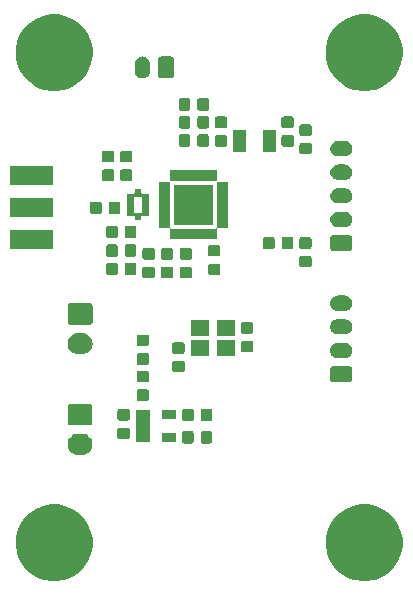
<source format=gts>
G04 #@! TF.GenerationSoftware,KiCad,Pcbnew,(5.1.4)-1*
G04 #@! TF.CreationDate,2022-02-20T14:50:57-05:00*
G04 #@! TF.ProjectId,Telemetry PCB,54656c65-6d65-4747-9279-205043422e6b,rev?*
G04 #@! TF.SameCoordinates,Original*
G04 #@! TF.FileFunction,Soldermask,Top*
G04 #@! TF.FilePolarity,Negative*
%FSLAX46Y46*%
G04 Gerber Fmt 4.6, Leading zero omitted, Abs format (unit mm)*
G04 Created by KiCad (PCBNEW (5.1.4)-1) date 2022-02-20 14:50:57*
%MOMM*%
%LPD*%
G04 APERTURE LIST*
%ADD10C,0.100000*%
G04 APERTURE END LIST*
D10*
G36*
X138634239Y-122311467D02*
G01*
X138948282Y-122373934D01*
X139539926Y-122619001D01*
X140072392Y-122974784D01*
X140525216Y-123427608D01*
X140880999Y-123960074D01*
X141126066Y-124551718D01*
X141126066Y-124551719D01*
X141251000Y-125179803D01*
X141251000Y-125820197D01*
X141188533Y-126134239D01*
X141126066Y-126448282D01*
X140880999Y-127039926D01*
X140525216Y-127572392D01*
X140072392Y-128025216D01*
X139539926Y-128380999D01*
X138948282Y-128626066D01*
X138634239Y-128688533D01*
X138320197Y-128751000D01*
X137679803Y-128751000D01*
X137365761Y-128688533D01*
X137051718Y-128626066D01*
X136460074Y-128380999D01*
X135927608Y-128025216D01*
X135474784Y-127572392D01*
X135119001Y-127039926D01*
X134873934Y-126448282D01*
X134811467Y-126134239D01*
X134749000Y-125820197D01*
X134749000Y-125179803D01*
X134873934Y-124551719D01*
X134873934Y-124551718D01*
X135119001Y-123960074D01*
X135474784Y-123427608D01*
X135927608Y-122974784D01*
X136460074Y-122619001D01*
X137051718Y-122373934D01*
X137365761Y-122311467D01*
X137679803Y-122249000D01*
X138320197Y-122249000D01*
X138634239Y-122311467D01*
X138634239Y-122311467D01*
G37*
G36*
X112384239Y-122311467D02*
G01*
X112698282Y-122373934D01*
X113289926Y-122619001D01*
X113822392Y-122974784D01*
X114275216Y-123427608D01*
X114630999Y-123960074D01*
X114876066Y-124551718D01*
X114876066Y-124551719D01*
X115001000Y-125179803D01*
X115001000Y-125820197D01*
X114938533Y-126134239D01*
X114876066Y-126448282D01*
X114630999Y-127039926D01*
X114275216Y-127572392D01*
X113822392Y-128025216D01*
X113289926Y-128380999D01*
X112698282Y-128626066D01*
X112384239Y-128688533D01*
X112070197Y-128751000D01*
X111429803Y-128751000D01*
X111115761Y-128688533D01*
X110801718Y-128626066D01*
X110210074Y-128380999D01*
X109677608Y-128025216D01*
X109224784Y-127572392D01*
X108869001Y-127039926D01*
X108623934Y-126448282D01*
X108561467Y-126134239D01*
X108499000Y-125820197D01*
X108499000Y-125179803D01*
X108623934Y-124551719D01*
X108623934Y-124551718D01*
X108869001Y-123960074D01*
X109224784Y-123427608D01*
X109677608Y-122974784D01*
X110210074Y-122619001D01*
X110801718Y-122373934D01*
X111115761Y-122311467D01*
X111429803Y-122249000D01*
X112070197Y-122249000D01*
X112384239Y-122311467D01*
X112384239Y-122311467D01*
G37*
G36*
X114190443Y-116265519D02*
G01*
X114256627Y-116272037D01*
X114426466Y-116323557D01*
X114582991Y-116407222D01*
X114618729Y-116436552D01*
X114720186Y-116519814D01*
X114803283Y-116621069D01*
X114832778Y-116657009D01*
X114916443Y-116813534D01*
X114967963Y-116983373D01*
X114985359Y-117160000D01*
X114967963Y-117336627D01*
X114916443Y-117506466D01*
X114832778Y-117662991D01*
X114803448Y-117698729D01*
X114720186Y-117800186D01*
X114618729Y-117883448D01*
X114582991Y-117912778D01*
X114426466Y-117996443D01*
X114256627Y-118047963D01*
X114190443Y-118054481D01*
X114124260Y-118061000D01*
X113735740Y-118061000D01*
X113669557Y-118054481D01*
X113603373Y-118047963D01*
X113433534Y-117996443D01*
X113277009Y-117912778D01*
X113241271Y-117883448D01*
X113139814Y-117800186D01*
X113056552Y-117698729D01*
X113027222Y-117662991D01*
X112943557Y-117506466D01*
X112892037Y-117336627D01*
X112874641Y-117160000D01*
X112892037Y-116983373D01*
X112943557Y-116813534D01*
X113027222Y-116657009D01*
X113056717Y-116621069D01*
X113139814Y-116519814D01*
X113241271Y-116436552D01*
X113277009Y-116407222D01*
X113433534Y-116323557D01*
X113603373Y-116272037D01*
X113669557Y-116265519D01*
X113735740Y-116259000D01*
X114124260Y-116259000D01*
X114190443Y-116265519D01*
X114190443Y-116265519D01*
G37*
G36*
X124977091Y-116048085D02*
G01*
X125011069Y-116058393D01*
X125042390Y-116075134D01*
X125069839Y-116097661D01*
X125092366Y-116125110D01*
X125109107Y-116156431D01*
X125119415Y-116190409D01*
X125123500Y-116231890D01*
X125123500Y-116908110D01*
X125119415Y-116949591D01*
X125109107Y-116983569D01*
X125092366Y-117014890D01*
X125069839Y-117042339D01*
X125042390Y-117064866D01*
X125011069Y-117081607D01*
X124977091Y-117091915D01*
X124935610Y-117096000D01*
X124334390Y-117096000D01*
X124292909Y-117091915D01*
X124258931Y-117081607D01*
X124227610Y-117064866D01*
X124200161Y-117042339D01*
X124177634Y-117014890D01*
X124160893Y-116983569D01*
X124150585Y-116949591D01*
X124146500Y-116908110D01*
X124146500Y-116231890D01*
X124150585Y-116190409D01*
X124160893Y-116156431D01*
X124177634Y-116125110D01*
X124200161Y-116097661D01*
X124227610Y-116075134D01*
X124258931Y-116058393D01*
X124292909Y-116048085D01*
X124334390Y-116044000D01*
X124935610Y-116044000D01*
X124977091Y-116048085D01*
X124977091Y-116048085D01*
G37*
G36*
X123402091Y-116048085D02*
G01*
X123436069Y-116058393D01*
X123467390Y-116075134D01*
X123494839Y-116097661D01*
X123517366Y-116125110D01*
X123534107Y-116156431D01*
X123544415Y-116190409D01*
X123548500Y-116231890D01*
X123548500Y-116908110D01*
X123544415Y-116949591D01*
X123534107Y-116983569D01*
X123517366Y-117014890D01*
X123494839Y-117042339D01*
X123467390Y-117064866D01*
X123436069Y-117081607D01*
X123402091Y-117091915D01*
X123360610Y-117096000D01*
X122759390Y-117096000D01*
X122717909Y-117091915D01*
X122683931Y-117081607D01*
X122652610Y-117064866D01*
X122625161Y-117042339D01*
X122602634Y-117014890D01*
X122585893Y-116983569D01*
X122575585Y-116949591D01*
X122571500Y-116908110D01*
X122571500Y-116231890D01*
X122575585Y-116190409D01*
X122585893Y-116156431D01*
X122602634Y-116125110D01*
X122625161Y-116097661D01*
X122652610Y-116075134D01*
X122683931Y-116058393D01*
X122717909Y-116048085D01*
X122759390Y-116044000D01*
X123360610Y-116044000D01*
X123402091Y-116048085D01*
X123402091Y-116048085D01*
G37*
G36*
X119821000Y-116946000D02*
G01*
X118659000Y-116946000D01*
X118659000Y-114294000D01*
X119821000Y-114294000D01*
X119821000Y-116946000D01*
X119821000Y-116946000D01*
G37*
G36*
X122021000Y-116946000D02*
G01*
X120859000Y-116946000D01*
X120859000Y-116194000D01*
X122021000Y-116194000D01*
X122021000Y-116946000D01*
X122021000Y-116946000D01*
G37*
G36*
X117999591Y-115760585D02*
G01*
X118033569Y-115770893D01*
X118064890Y-115787634D01*
X118092339Y-115810161D01*
X118114866Y-115837610D01*
X118131607Y-115868931D01*
X118141915Y-115902909D01*
X118146000Y-115944390D01*
X118146000Y-116545610D01*
X118141915Y-116587091D01*
X118131607Y-116621069D01*
X118114866Y-116652390D01*
X118092339Y-116679839D01*
X118064890Y-116702366D01*
X118033569Y-116719107D01*
X117999591Y-116729415D01*
X117958110Y-116733500D01*
X117281890Y-116733500D01*
X117240409Y-116729415D01*
X117206431Y-116719107D01*
X117175110Y-116702366D01*
X117147661Y-116679839D01*
X117125134Y-116652390D01*
X117108393Y-116621069D01*
X117098085Y-116587091D01*
X117094000Y-116545610D01*
X117094000Y-115944390D01*
X117098085Y-115902909D01*
X117108393Y-115868931D01*
X117125134Y-115837610D01*
X117147661Y-115810161D01*
X117175110Y-115787634D01*
X117206431Y-115770893D01*
X117240409Y-115760585D01*
X117281890Y-115756500D01*
X117958110Y-115756500D01*
X117999591Y-115760585D01*
X117999591Y-115760585D01*
G37*
G36*
X114838600Y-113762989D02*
G01*
X114871652Y-113773015D01*
X114902103Y-113789292D01*
X114928799Y-113811201D01*
X114950708Y-113837897D01*
X114966985Y-113868348D01*
X114977011Y-113901400D01*
X114981000Y-113941903D01*
X114981000Y-115378097D01*
X114977011Y-115418600D01*
X114966985Y-115451652D01*
X114950708Y-115482103D01*
X114928799Y-115508799D01*
X114902103Y-115530708D01*
X114871652Y-115546985D01*
X114838600Y-115557011D01*
X114798097Y-115561000D01*
X113061903Y-115561000D01*
X113021400Y-115557011D01*
X112988348Y-115546985D01*
X112957897Y-115530708D01*
X112931201Y-115508799D01*
X112909292Y-115482103D01*
X112893015Y-115451652D01*
X112882989Y-115418600D01*
X112879000Y-115378097D01*
X112879000Y-113941903D01*
X112882989Y-113901400D01*
X112893015Y-113868348D01*
X112909292Y-113837897D01*
X112931201Y-113811201D01*
X112957897Y-113789292D01*
X112988348Y-113773015D01*
X113021400Y-113762989D01*
X113061903Y-113759000D01*
X114798097Y-113759000D01*
X114838600Y-113762989D01*
X114838600Y-113762989D01*
G37*
G36*
X124977091Y-114148085D02*
G01*
X125011069Y-114158393D01*
X125042390Y-114175134D01*
X125069839Y-114197661D01*
X125092366Y-114225110D01*
X125109107Y-114256431D01*
X125119415Y-114290409D01*
X125123500Y-114331890D01*
X125123500Y-115008110D01*
X125119415Y-115049591D01*
X125109107Y-115083569D01*
X125092366Y-115114890D01*
X125069839Y-115142339D01*
X125042390Y-115164866D01*
X125011069Y-115181607D01*
X124977091Y-115191915D01*
X124935610Y-115196000D01*
X124334390Y-115196000D01*
X124292909Y-115191915D01*
X124258931Y-115181607D01*
X124227610Y-115164866D01*
X124200161Y-115142339D01*
X124177634Y-115114890D01*
X124160893Y-115083569D01*
X124150585Y-115049591D01*
X124146500Y-115008110D01*
X124146500Y-114331890D01*
X124150585Y-114290409D01*
X124160893Y-114256431D01*
X124177634Y-114225110D01*
X124200161Y-114197661D01*
X124227610Y-114175134D01*
X124258931Y-114158393D01*
X124292909Y-114148085D01*
X124334390Y-114144000D01*
X124935610Y-114144000D01*
X124977091Y-114148085D01*
X124977091Y-114148085D01*
G37*
G36*
X123402091Y-114148085D02*
G01*
X123436069Y-114158393D01*
X123467390Y-114175134D01*
X123494839Y-114197661D01*
X123517366Y-114225110D01*
X123534107Y-114256431D01*
X123544415Y-114290409D01*
X123548500Y-114331890D01*
X123548500Y-115008110D01*
X123544415Y-115049591D01*
X123534107Y-115083569D01*
X123517366Y-115114890D01*
X123494839Y-115142339D01*
X123467390Y-115164866D01*
X123436069Y-115181607D01*
X123402091Y-115191915D01*
X123360610Y-115196000D01*
X122759390Y-115196000D01*
X122717909Y-115191915D01*
X122683931Y-115181607D01*
X122652610Y-115164866D01*
X122625161Y-115142339D01*
X122602634Y-115114890D01*
X122585893Y-115083569D01*
X122575585Y-115049591D01*
X122571500Y-115008110D01*
X122571500Y-114331890D01*
X122575585Y-114290409D01*
X122585893Y-114256431D01*
X122602634Y-114225110D01*
X122625161Y-114197661D01*
X122652610Y-114175134D01*
X122683931Y-114158393D01*
X122717909Y-114148085D01*
X122759390Y-114144000D01*
X123360610Y-114144000D01*
X123402091Y-114148085D01*
X123402091Y-114148085D01*
G37*
G36*
X117999591Y-114185585D02*
G01*
X118033569Y-114195893D01*
X118064890Y-114212634D01*
X118092339Y-114235161D01*
X118114866Y-114262610D01*
X118131607Y-114293931D01*
X118141915Y-114327909D01*
X118146000Y-114369390D01*
X118146000Y-114970610D01*
X118141915Y-115012091D01*
X118131607Y-115046069D01*
X118114866Y-115077390D01*
X118092339Y-115104839D01*
X118064890Y-115127366D01*
X118033569Y-115144107D01*
X117999591Y-115154415D01*
X117958110Y-115158500D01*
X117281890Y-115158500D01*
X117240409Y-115154415D01*
X117206431Y-115144107D01*
X117175110Y-115127366D01*
X117147661Y-115104839D01*
X117125134Y-115077390D01*
X117108393Y-115046069D01*
X117098085Y-115012091D01*
X117094000Y-114970610D01*
X117094000Y-114369390D01*
X117098085Y-114327909D01*
X117108393Y-114293931D01*
X117125134Y-114262610D01*
X117147661Y-114235161D01*
X117175110Y-114212634D01*
X117206431Y-114195893D01*
X117240409Y-114185585D01*
X117281890Y-114181500D01*
X117958110Y-114181500D01*
X117999591Y-114185585D01*
X117999591Y-114185585D01*
G37*
G36*
X122021000Y-115046000D02*
G01*
X120859000Y-115046000D01*
X120859000Y-114294000D01*
X122021000Y-114294000D01*
X122021000Y-115046000D01*
X122021000Y-115046000D01*
G37*
G36*
X119619591Y-112515585D02*
G01*
X119653569Y-112525893D01*
X119684890Y-112542634D01*
X119712339Y-112565161D01*
X119734866Y-112592610D01*
X119751607Y-112623931D01*
X119761915Y-112657909D01*
X119766000Y-112699390D01*
X119766000Y-113300610D01*
X119761915Y-113342091D01*
X119751607Y-113376069D01*
X119734866Y-113407390D01*
X119712339Y-113434839D01*
X119684890Y-113457366D01*
X119653569Y-113474107D01*
X119619591Y-113484415D01*
X119578110Y-113488500D01*
X118901890Y-113488500D01*
X118860409Y-113484415D01*
X118826431Y-113474107D01*
X118795110Y-113457366D01*
X118767661Y-113434839D01*
X118745134Y-113407390D01*
X118728393Y-113376069D01*
X118718085Y-113342091D01*
X118714000Y-113300610D01*
X118714000Y-112699390D01*
X118718085Y-112657909D01*
X118728393Y-112623931D01*
X118745134Y-112592610D01*
X118767661Y-112565161D01*
X118795110Y-112542634D01*
X118826431Y-112525893D01*
X118860409Y-112515585D01*
X118901890Y-112511500D01*
X119578110Y-112511500D01*
X119619591Y-112515585D01*
X119619591Y-112515585D01*
G37*
G36*
X119619591Y-110940585D02*
G01*
X119653569Y-110950893D01*
X119684890Y-110967634D01*
X119712339Y-110990161D01*
X119734866Y-111017610D01*
X119751607Y-111048931D01*
X119761915Y-111082909D01*
X119766000Y-111124390D01*
X119766000Y-111725610D01*
X119761915Y-111767091D01*
X119751607Y-111801069D01*
X119734866Y-111832390D01*
X119712339Y-111859839D01*
X119684890Y-111882366D01*
X119653569Y-111899107D01*
X119619591Y-111909415D01*
X119578110Y-111913500D01*
X118901890Y-111913500D01*
X118860409Y-111909415D01*
X118826431Y-111899107D01*
X118795110Y-111882366D01*
X118767661Y-111859839D01*
X118745134Y-111832390D01*
X118728393Y-111801069D01*
X118718085Y-111767091D01*
X118714000Y-111725610D01*
X118714000Y-111124390D01*
X118718085Y-111082909D01*
X118728393Y-111048931D01*
X118745134Y-111017610D01*
X118767661Y-110990161D01*
X118795110Y-110967634D01*
X118826431Y-110950893D01*
X118860409Y-110940585D01*
X118901890Y-110936500D01*
X119578110Y-110936500D01*
X119619591Y-110940585D01*
X119619591Y-110940585D01*
G37*
G36*
X136806242Y-110563404D02*
G01*
X136843337Y-110574657D01*
X136877515Y-110592925D01*
X136907481Y-110617519D01*
X136932075Y-110647485D01*
X136950343Y-110681663D01*
X136961596Y-110718758D01*
X136966000Y-110763474D01*
X136966000Y-111656526D01*
X136961596Y-111701242D01*
X136950343Y-111738337D01*
X136932075Y-111772515D01*
X136907481Y-111802481D01*
X136877515Y-111827075D01*
X136843337Y-111845343D01*
X136806242Y-111856596D01*
X136761526Y-111861000D01*
X135318474Y-111861000D01*
X135273758Y-111856596D01*
X135236663Y-111845343D01*
X135202485Y-111827075D01*
X135172519Y-111802481D01*
X135147925Y-111772515D01*
X135129657Y-111738337D01*
X135118404Y-111701242D01*
X135114000Y-111656526D01*
X135114000Y-110763474D01*
X135118404Y-110718758D01*
X135129657Y-110681663D01*
X135147925Y-110647485D01*
X135172519Y-110617519D01*
X135202485Y-110592925D01*
X135236663Y-110574657D01*
X135273758Y-110563404D01*
X135318474Y-110559000D01*
X136761526Y-110559000D01*
X136806242Y-110563404D01*
X136806242Y-110563404D01*
G37*
G36*
X122639591Y-110090585D02*
G01*
X122673569Y-110100893D01*
X122704890Y-110117634D01*
X122732339Y-110140161D01*
X122754866Y-110167610D01*
X122771607Y-110198931D01*
X122781915Y-110232909D01*
X122786000Y-110274390D01*
X122786000Y-110875610D01*
X122781915Y-110917091D01*
X122771607Y-110951069D01*
X122754866Y-110982390D01*
X122732339Y-111009839D01*
X122704890Y-111032366D01*
X122673569Y-111049107D01*
X122639591Y-111059415D01*
X122598110Y-111063500D01*
X121921890Y-111063500D01*
X121880409Y-111059415D01*
X121846431Y-111049107D01*
X121815110Y-111032366D01*
X121787661Y-111009839D01*
X121765134Y-110982390D01*
X121748393Y-110951069D01*
X121738085Y-110917091D01*
X121734000Y-110875610D01*
X121734000Y-110274390D01*
X121738085Y-110232909D01*
X121748393Y-110198931D01*
X121765134Y-110167610D01*
X121787661Y-110140161D01*
X121815110Y-110117634D01*
X121846431Y-110100893D01*
X121880409Y-110090585D01*
X121921890Y-110086500D01*
X122598110Y-110086500D01*
X122639591Y-110090585D01*
X122639591Y-110090585D01*
G37*
G36*
X119619591Y-109445585D02*
G01*
X119653569Y-109455893D01*
X119684890Y-109472634D01*
X119712339Y-109495161D01*
X119734866Y-109522610D01*
X119751607Y-109553931D01*
X119761915Y-109587909D01*
X119766000Y-109629390D01*
X119766000Y-110230610D01*
X119761915Y-110272091D01*
X119751607Y-110306069D01*
X119734866Y-110337390D01*
X119712339Y-110364839D01*
X119684890Y-110387366D01*
X119653569Y-110404107D01*
X119619591Y-110414415D01*
X119578110Y-110418500D01*
X118901890Y-110418500D01*
X118860409Y-110414415D01*
X118826431Y-110404107D01*
X118795110Y-110387366D01*
X118767661Y-110364839D01*
X118745134Y-110337390D01*
X118728393Y-110306069D01*
X118718085Y-110272091D01*
X118714000Y-110230610D01*
X118714000Y-109629390D01*
X118718085Y-109587909D01*
X118728393Y-109553931D01*
X118745134Y-109522610D01*
X118767661Y-109495161D01*
X118795110Y-109472634D01*
X118826431Y-109455893D01*
X118860409Y-109445585D01*
X118901890Y-109441500D01*
X119578110Y-109441500D01*
X119619591Y-109445585D01*
X119619591Y-109445585D01*
G37*
G36*
X136378855Y-108562140D02*
G01*
X136442618Y-108568420D01*
X136522361Y-108592610D01*
X136565336Y-108605646D01*
X136678425Y-108666094D01*
X136777554Y-108747446D01*
X136858906Y-108846575D01*
X136919354Y-108959664D01*
X136919355Y-108959668D01*
X136956580Y-109082382D01*
X136969149Y-109210000D01*
X136956580Y-109337618D01*
X136935415Y-109407390D01*
X136919354Y-109460336D01*
X136858906Y-109573425D01*
X136777554Y-109672554D01*
X136678425Y-109753906D01*
X136565336Y-109814354D01*
X136533404Y-109824040D01*
X136442618Y-109851580D01*
X136378855Y-109857860D01*
X136346974Y-109861000D01*
X135733026Y-109861000D01*
X135701145Y-109857860D01*
X135637382Y-109851580D01*
X135546596Y-109824040D01*
X135514664Y-109814354D01*
X135401575Y-109753906D01*
X135302446Y-109672554D01*
X135221094Y-109573425D01*
X135160646Y-109460336D01*
X135144585Y-109407390D01*
X135123420Y-109337618D01*
X135110851Y-109210000D01*
X135123420Y-109082382D01*
X135160645Y-108959668D01*
X135160646Y-108959664D01*
X135221094Y-108846575D01*
X135302446Y-108747446D01*
X135401575Y-108666094D01*
X135514664Y-108605646D01*
X135557639Y-108592610D01*
X135637382Y-108568420D01*
X135701145Y-108562140D01*
X135733026Y-108559000D01*
X136346974Y-108559000D01*
X136378855Y-108562140D01*
X136378855Y-108562140D01*
G37*
G36*
X124821000Y-109651000D02*
G01*
X123319000Y-109651000D01*
X123319000Y-108349000D01*
X124821000Y-108349000D01*
X124821000Y-109651000D01*
X124821000Y-109651000D01*
G37*
G36*
X127021000Y-109651000D02*
G01*
X125519000Y-109651000D01*
X125519000Y-108349000D01*
X127021000Y-108349000D01*
X127021000Y-109651000D01*
X127021000Y-109651000D01*
G37*
G36*
X114200443Y-107735519D02*
G01*
X114266627Y-107742037D01*
X114436466Y-107793557D01*
X114592991Y-107877222D01*
X114617863Y-107897634D01*
X114730186Y-107989814D01*
X114813448Y-108091271D01*
X114842778Y-108127009D01*
X114926443Y-108283534D01*
X114977963Y-108453373D01*
X114995359Y-108630000D01*
X114977963Y-108806627D01*
X114926443Y-108976466D01*
X114842778Y-109132991D01*
X114814949Y-109166901D01*
X114730186Y-109270186D01*
X114634019Y-109349107D01*
X114592991Y-109382778D01*
X114529040Y-109416961D01*
X114495593Y-109434839D01*
X114436466Y-109466443D01*
X114266627Y-109517963D01*
X114219444Y-109522610D01*
X114134260Y-109531000D01*
X113745740Y-109531000D01*
X113660556Y-109522610D01*
X113613373Y-109517963D01*
X113443534Y-109466443D01*
X113384408Y-109434839D01*
X113350960Y-109416961D01*
X113287009Y-109382778D01*
X113245981Y-109349107D01*
X113149814Y-109270186D01*
X113065051Y-109166901D01*
X113037222Y-109132991D01*
X112953557Y-108976466D01*
X112902037Y-108806627D01*
X112884641Y-108630000D01*
X112902037Y-108453373D01*
X112953557Y-108283534D01*
X113037222Y-108127009D01*
X113066552Y-108091271D01*
X113149814Y-107989814D01*
X113262137Y-107897634D01*
X113287009Y-107877222D01*
X113443534Y-107793557D01*
X113613373Y-107742037D01*
X113679557Y-107735519D01*
X113745740Y-107729000D01*
X114134260Y-107729000D01*
X114200443Y-107735519D01*
X114200443Y-107735519D01*
G37*
G36*
X122639591Y-108515585D02*
G01*
X122673569Y-108525893D01*
X122704890Y-108542634D01*
X122732339Y-108565161D01*
X122754866Y-108592610D01*
X122771607Y-108623931D01*
X122781915Y-108657909D01*
X122786000Y-108699390D01*
X122786000Y-109300610D01*
X122781915Y-109342091D01*
X122771607Y-109376069D01*
X122754866Y-109407390D01*
X122732339Y-109434839D01*
X122704890Y-109457366D01*
X122673569Y-109474107D01*
X122639591Y-109484415D01*
X122598110Y-109488500D01*
X121921890Y-109488500D01*
X121880409Y-109484415D01*
X121846431Y-109474107D01*
X121815110Y-109457366D01*
X121787661Y-109434839D01*
X121765134Y-109407390D01*
X121748393Y-109376069D01*
X121738085Y-109342091D01*
X121734000Y-109300610D01*
X121734000Y-108699390D01*
X121738085Y-108657909D01*
X121748393Y-108623931D01*
X121765134Y-108592610D01*
X121787661Y-108565161D01*
X121815110Y-108542634D01*
X121846431Y-108525893D01*
X121880409Y-108515585D01*
X121921890Y-108511500D01*
X122598110Y-108511500D01*
X122639591Y-108515585D01*
X122639591Y-108515585D01*
G37*
G36*
X128459591Y-108390585D02*
G01*
X128493569Y-108400893D01*
X128524890Y-108417634D01*
X128552339Y-108440161D01*
X128574866Y-108467610D01*
X128591607Y-108498931D01*
X128601915Y-108532909D01*
X128606000Y-108574390D01*
X128606000Y-109175610D01*
X128601915Y-109217091D01*
X128591607Y-109251069D01*
X128574866Y-109282390D01*
X128552339Y-109309839D01*
X128524890Y-109332366D01*
X128493569Y-109349107D01*
X128459591Y-109359415D01*
X128418110Y-109363500D01*
X127741890Y-109363500D01*
X127700409Y-109359415D01*
X127666431Y-109349107D01*
X127635110Y-109332366D01*
X127607661Y-109309839D01*
X127585134Y-109282390D01*
X127568393Y-109251069D01*
X127558085Y-109217091D01*
X127554000Y-109175610D01*
X127554000Y-108574390D01*
X127558085Y-108532909D01*
X127568393Y-108498931D01*
X127585134Y-108467610D01*
X127607661Y-108440161D01*
X127635110Y-108417634D01*
X127666431Y-108400893D01*
X127700409Y-108390585D01*
X127741890Y-108386500D01*
X128418110Y-108386500D01*
X128459591Y-108390585D01*
X128459591Y-108390585D01*
G37*
G36*
X119619591Y-107870585D02*
G01*
X119653569Y-107880893D01*
X119684890Y-107897634D01*
X119712339Y-107920161D01*
X119734866Y-107947610D01*
X119751607Y-107978931D01*
X119761915Y-108012909D01*
X119766000Y-108054390D01*
X119766000Y-108655610D01*
X119761915Y-108697091D01*
X119751607Y-108731069D01*
X119734866Y-108762390D01*
X119712339Y-108789839D01*
X119684890Y-108812366D01*
X119653569Y-108829107D01*
X119619591Y-108839415D01*
X119578110Y-108843500D01*
X118901890Y-108843500D01*
X118860409Y-108839415D01*
X118826431Y-108829107D01*
X118795110Y-108812366D01*
X118767661Y-108789839D01*
X118745134Y-108762390D01*
X118728393Y-108731069D01*
X118718085Y-108697091D01*
X118714000Y-108655610D01*
X118714000Y-108054390D01*
X118718085Y-108012909D01*
X118728393Y-107978931D01*
X118745134Y-107947610D01*
X118767661Y-107920161D01*
X118795110Y-107897634D01*
X118826431Y-107880893D01*
X118860409Y-107870585D01*
X118901890Y-107866500D01*
X119578110Y-107866500D01*
X119619591Y-107870585D01*
X119619591Y-107870585D01*
G37*
G36*
X124821000Y-107951000D02*
G01*
X123319000Y-107951000D01*
X123319000Y-106649000D01*
X124821000Y-106649000D01*
X124821000Y-107951000D01*
X124821000Y-107951000D01*
G37*
G36*
X127021000Y-107951000D02*
G01*
X125519000Y-107951000D01*
X125519000Y-106649000D01*
X127021000Y-106649000D01*
X127021000Y-107951000D01*
X127021000Y-107951000D01*
G37*
G36*
X136378855Y-106562140D02*
G01*
X136442618Y-106568420D01*
X136533404Y-106595960D01*
X136565336Y-106605646D01*
X136678425Y-106666094D01*
X136777554Y-106747446D01*
X136858906Y-106846575D01*
X136919354Y-106959664D01*
X136925158Y-106978799D01*
X136956580Y-107082382D01*
X136969149Y-107210000D01*
X136956580Y-107337618D01*
X136929040Y-107428404D01*
X136919354Y-107460336D01*
X136858906Y-107573425D01*
X136777554Y-107672554D01*
X136678425Y-107753906D01*
X136565336Y-107814354D01*
X136533404Y-107824040D01*
X136442618Y-107851580D01*
X136378855Y-107857860D01*
X136346974Y-107861000D01*
X135733026Y-107861000D01*
X135701145Y-107857860D01*
X135637382Y-107851580D01*
X135546596Y-107824040D01*
X135514664Y-107814354D01*
X135401575Y-107753906D01*
X135302446Y-107672554D01*
X135221094Y-107573425D01*
X135160646Y-107460336D01*
X135150960Y-107428404D01*
X135123420Y-107337618D01*
X135110851Y-107210000D01*
X135123420Y-107082382D01*
X135154842Y-106978799D01*
X135160646Y-106959664D01*
X135221094Y-106846575D01*
X135302446Y-106747446D01*
X135401575Y-106666094D01*
X135514664Y-106605646D01*
X135546596Y-106595960D01*
X135637382Y-106568420D01*
X135701145Y-106562140D01*
X135733026Y-106559000D01*
X136346974Y-106559000D01*
X136378855Y-106562140D01*
X136378855Y-106562140D01*
G37*
G36*
X128459591Y-106815585D02*
G01*
X128493569Y-106825893D01*
X128524890Y-106842634D01*
X128552339Y-106865161D01*
X128574866Y-106892610D01*
X128591607Y-106923931D01*
X128601915Y-106957909D01*
X128606000Y-106999390D01*
X128606000Y-107600610D01*
X128601915Y-107642091D01*
X128591607Y-107676069D01*
X128574866Y-107707390D01*
X128552339Y-107734839D01*
X128524890Y-107757366D01*
X128493569Y-107774107D01*
X128459591Y-107784415D01*
X128418110Y-107788500D01*
X127741890Y-107788500D01*
X127700409Y-107784415D01*
X127666431Y-107774107D01*
X127635110Y-107757366D01*
X127607661Y-107734839D01*
X127585134Y-107707390D01*
X127568393Y-107676069D01*
X127558085Y-107642091D01*
X127554000Y-107600610D01*
X127554000Y-106999390D01*
X127558085Y-106957909D01*
X127568393Y-106923931D01*
X127585134Y-106892610D01*
X127607661Y-106865161D01*
X127635110Y-106842634D01*
X127666431Y-106825893D01*
X127700409Y-106815585D01*
X127741890Y-106811500D01*
X128418110Y-106811500D01*
X128459591Y-106815585D01*
X128459591Y-106815585D01*
G37*
G36*
X114848600Y-105232989D02*
G01*
X114881652Y-105243015D01*
X114912103Y-105259292D01*
X114938799Y-105281201D01*
X114960708Y-105307897D01*
X114976985Y-105338348D01*
X114987011Y-105371400D01*
X114991000Y-105411903D01*
X114991000Y-106848097D01*
X114987011Y-106888600D01*
X114976985Y-106921652D01*
X114960708Y-106952103D01*
X114938799Y-106978799D01*
X114912103Y-107000708D01*
X114881652Y-107016985D01*
X114848600Y-107027011D01*
X114808097Y-107031000D01*
X113071903Y-107031000D01*
X113031400Y-107027011D01*
X112998348Y-107016985D01*
X112967897Y-107000708D01*
X112941201Y-106978799D01*
X112919292Y-106952103D01*
X112903015Y-106921652D01*
X112892989Y-106888600D01*
X112889000Y-106848097D01*
X112889000Y-105411903D01*
X112892989Y-105371400D01*
X112903015Y-105338348D01*
X112919292Y-105307897D01*
X112941201Y-105281201D01*
X112967897Y-105259292D01*
X112998348Y-105243015D01*
X113031400Y-105232989D01*
X113071903Y-105229000D01*
X114808097Y-105229000D01*
X114848600Y-105232989D01*
X114848600Y-105232989D01*
G37*
G36*
X136378855Y-104562140D02*
G01*
X136442618Y-104568420D01*
X136533404Y-104595960D01*
X136565336Y-104605646D01*
X136678425Y-104666094D01*
X136777554Y-104747446D01*
X136858906Y-104846575D01*
X136919354Y-104959664D01*
X136919355Y-104959668D01*
X136956580Y-105082382D01*
X136969149Y-105210000D01*
X136956580Y-105337618D01*
X136934046Y-105411903D01*
X136919354Y-105460336D01*
X136858906Y-105573425D01*
X136777554Y-105672554D01*
X136678425Y-105753906D01*
X136565336Y-105814354D01*
X136533404Y-105824040D01*
X136442618Y-105851580D01*
X136378855Y-105857860D01*
X136346974Y-105861000D01*
X135733026Y-105861000D01*
X135701145Y-105857860D01*
X135637382Y-105851580D01*
X135546596Y-105824040D01*
X135514664Y-105814354D01*
X135401575Y-105753906D01*
X135302446Y-105672554D01*
X135221094Y-105573425D01*
X135160646Y-105460336D01*
X135145954Y-105411903D01*
X135123420Y-105337618D01*
X135110851Y-105210000D01*
X135123420Y-105082382D01*
X135160645Y-104959668D01*
X135160646Y-104959664D01*
X135221094Y-104846575D01*
X135302446Y-104747446D01*
X135401575Y-104666094D01*
X135514664Y-104605646D01*
X135546596Y-104595960D01*
X135637382Y-104568420D01*
X135701145Y-104562140D01*
X135733026Y-104559000D01*
X136346974Y-104559000D01*
X136378855Y-104562140D01*
X136378855Y-104562140D01*
G37*
G36*
X120119591Y-102125585D02*
G01*
X120153569Y-102135893D01*
X120184890Y-102152634D01*
X120212339Y-102175161D01*
X120234866Y-102202610D01*
X120251607Y-102233931D01*
X120261915Y-102267909D01*
X120266000Y-102309390D01*
X120266000Y-102910610D01*
X120261915Y-102952091D01*
X120251607Y-102986069D01*
X120234866Y-103017390D01*
X120212339Y-103044839D01*
X120184890Y-103067366D01*
X120153569Y-103084107D01*
X120119591Y-103094415D01*
X120078110Y-103098500D01*
X119401890Y-103098500D01*
X119360409Y-103094415D01*
X119326431Y-103084107D01*
X119295110Y-103067366D01*
X119267661Y-103044839D01*
X119245134Y-103017390D01*
X119228393Y-102986069D01*
X119218085Y-102952091D01*
X119214000Y-102910610D01*
X119214000Y-102309390D01*
X119218085Y-102267909D01*
X119228393Y-102233931D01*
X119245134Y-102202610D01*
X119267661Y-102175161D01*
X119295110Y-102152634D01*
X119326431Y-102135893D01*
X119360409Y-102125585D01*
X119401890Y-102121500D01*
X120078110Y-102121500D01*
X120119591Y-102125585D01*
X120119591Y-102125585D01*
G37*
G36*
X123259591Y-102125585D02*
G01*
X123293569Y-102135893D01*
X123324890Y-102152634D01*
X123352339Y-102175161D01*
X123374866Y-102202610D01*
X123391607Y-102233931D01*
X123401915Y-102267909D01*
X123406000Y-102309390D01*
X123406000Y-102910610D01*
X123401915Y-102952091D01*
X123391607Y-102986069D01*
X123374866Y-103017390D01*
X123352339Y-103044839D01*
X123324890Y-103067366D01*
X123293569Y-103084107D01*
X123259591Y-103094415D01*
X123218110Y-103098500D01*
X122541890Y-103098500D01*
X122500409Y-103094415D01*
X122466431Y-103084107D01*
X122435110Y-103067366D01*
X122407661Y-103044839D01*
X122385134Y-103017390D01*
X122368393Y-102986069D01*
X122358085Y-102952091D01*
X122354000Y-102910610D01*
X122354000Y-102309390D01*
X122358085Y-102267909D01*
X122368393Y-102233931D01*
X122385134Y-102202610D01*
X122407661Y-102175161D01*
X122435110Y-102152634D01*
X122466431Y-102135893D01*
X122500409Y-102125585D01*
X122541890Y-102121500D01*
X123218110Y-102121500D01*
X123259591Y-102125585D01*
X123259591Y-102125585D01*
G37*
G36*
X121679591Y-102120585D02*
G01*
X121713569Y-102130893D01*
X121744890Y-102147634D01*
X121772339Y-102170161D01*
X121794866Y-102197610D01*
X121811607Y-102228931D01*
X121821915Y-102262909D01*
X121826000Y-102304390D01*
X121826000Y-102905610D01*
X121821915Y-102947091D01*
X121811607Y-102981069D01*
X121794866Y-103012390D01*
X121772339Y-103039839D01*
X121744890Y-103062366D01*
X121713569Y-103079107D01*
X121679591Y-103089415D01*
X121638110Y-103093500D01*
X120961890Y-103093500D01*
X120920409Y-103089415D01*
X120886431Y-103079107D01*
X120855110Y-103062366D01*
X120827661Y-103039839D01*
X120805134Y-103012390D01*
X120788393Y-102981069D01*
X120778085Y-102947091D01*
X120774000Y-102905610D01*
X120774000Y-102304390D01*
X120778085Y-102262909D01*
X120788393Y-102228931D01*
X120805134Y-102197610D01*
X120827661Y-102170161D01*
X120855110Y-102147634D01*
X120886431Y-102130893D01*
X120920409Y-102120585D01*
X120961890Y-102116500D01*
X121638110Y-102116500D01*
X121679591Y-102120585D01*
X121679591Y-102120585D01*
G37*
G36*
X116977091Y-101798085D02*
G01*
X117011069Y-101808393D01*
X117042390Y-101825134D01*
X117069839Y-101847661D01*
X117092366Y-101875110D01*
X117109107Y-101906431D01*
X117119415Y-101940409D01*
X117123500Y-101981890D01*
X117123500Y-102658110D01*
X117119415Y-102699591D01*
X117109107Y-102733569D01*
X117092366Y-102764890D01*
X117069839Y-102792339D01*
X117042390Y-102814866D01*
X117011069Y-102831607D01*
X116977091Y-102841915D01*
X116935610Y-102846000D01*
X116334390Y-102846000D01*
X116292909Y-102841915D01*
X116258931Y-102831607D01*
X116227610Y-102814866D01*
X116200161Y-102792339D01*
X116177634Y-102764890D01*
X116160893Y-102733569D01*
X116150585Y-102699591D01*
X116146500Y-102658110D01*
X116146500Y-101981890D01*
X116150585Y-101940409D01*
X116160893Y-101906431D01*
X116177634Y-101875110D01*
X116200161Y-101847661D01*
X116227610Y-101825134D01*
X116258931Y-101808393D01*
X116292909Y-101798085D01*
X116334390Y-101794000D01*
X116935610Y-101794000D01*
X116977091Y-101798085D01*
X116977091Y-101798085D01*
G37*
G36*
X118552091Y-101798085D02*
G01*
X118586069Y-101808393D01*
X118617390Y-101825134D01*
X118644839Y-101847661D01*
X118667366Y-101875110D01*
X118684107Y-101906431D01*
X118694415Y-101940409D01*
X118698500Y-101981890D01*
X118698500Y-102658110D01*
X118694415Y-102699591D01*
X118684107Y-102733569D01*
X118667366Y-102764890D01*
X118644839Y-102792339D01*
X118617390Y-102814866D01*
X118586069Y-102831607D01*
X118552091Y-102841915D01*
X118510610Y-102846000D01*
X117909390Y-102846000D01*
X117867909Y-102841915D01*
X117833931Y-102831607D01*
X117802610Y-102814866D01*
X117775161Y-102792339D01*
X117752634Y-102764890D01*
X117735893Y-102733569D01*
X117725585Y-102699591D01*
X117721500Y-102658110D01*
X117721500Y-101981890D01*
X117725585Y-101940409D01*
X117735893Y-101906431D01*
X117752634Y-101875110D01*
X117775161Y-101847661D01*
X117802610Y-101825134D01*
X117833931Y-101808393D01*
X117867909Y-101798085D01*
X117909390Y-101794000D01*
X118510610Y-101794000D01*
X118552091Y-101798085D01*
X118552091Y-101798085D01*
G37*
G36*
X125669591Y-101860585D02*
G01*
X125703569Y-101870893D01*
X125734890Y-101887634D01*
X125762339Y-101910161D01*
X125784866Y-101937610D01*
X125801607Y-101968931D01*
X125811915Y-102002909D01*
X125816000Y-102044390D01*
X125816000Y-102645610D01*
X125811915Y-102687091D01*
X125801607Y-102721069D01*
X125784866Y-102752390D01*
X125762339Y-102779839D01*
X125734890Y-102802366D01*
X125703569Y-102819107D01*
X125669591Y-102829415D01*
X125628110Y-102833500D01*
X124951890Y-102833500D01*
X124910409Y-102829415D01*
X124876431Y-102819107D01*
X124845110Y-102802366D01*
X124817661Y-102779839D01*
X124795134Y-102752390D01*
X124778393Y-102721069D01*
X124768085Y-102687091D01*
X124764000Y-102645610D01*
X124764000Y-102044390D01*
X124768085Y-102002909D01*
X124778393Y-101968931D01*
X124795134Y-101937610D01*
X124817661Y-101910161D01*
X124845110Y-101887634D01*
X124876431Y-101870893D01*
X124910409Y-101860585D01*
X124951890Y-101856500D01*
X125628110Y-101856500D01*
X125669591Y-101860585D01*
X125669591Y-101860585D01*
G37*
G36*
X133389591Y-101210585D02*
G01*
X133423569Y-101220893D01*
X133454890Y-101237634D01*
X133482339Y-101260161D01*
X133504866Y-101287610D01*
X133521607Y-101318931D01*
X133531915Y-101352909D01*
X133536000Y-101394390D01*
X133536000Y-101995610D01*
X133531915Y-102037091D01*
X133521607Y-102071069D01*
X133504866Y-102102390D01*
X133482339Y-102129839D01*
X133454890Y-102152366D01*
X133423569Y-102169107D01*
X133389591Y-102179415D01*
X133348110Y-102183500D01*
X132671890Y-102183500D01*
X132630409Y-102179415D01*
X132596431Y-102169107D01*
X132565110Y-102152366D01*
X132537661Y-102129839D01*
X132515134Y-102102390D01*
X132498393Y-102071069D01*
X132488085Y-102037091D01*
X132484000Y-101995610D01*
X132484000Y-101394390D01*
X132488085Y-101352909D01*
X132498393Y-101318931D01*
X132515134Y-101287610D01*
X132537661Y-101260161D01*
X132565110Y-101237634D01*
X132596431Y-101220893D01*
X132630409Y-101210585D01*
X132671890Y-101206500D01*
X133348110Y-101206500D01*
X133389591Y-101210585D01*
X133389591Y-101210585D01*
G37*
G36*
X120119591Y-100550585D02*
G01*
X120153569Y-100560893D01*
X120184890Y-100577634D01*
X120212339Y-100600161D01*
X120234866Y-100627610D01*
X120251607Y-100658931D01*
X120261915Y-100692909D01*
X120266000Y-100734390D01*
X120266000Y-101335610D01*
X120261915Y-101377091D01*
X120251607Y-101411069D01*
X120234866Y-101442390D01*
X120212339Y-101469839D01*
X120184890Y-101492366D01*
X120153569Y-101509107D01*
X120119591Y-101519415D01*
X120078110Y-101523500D01*
X119401890Y-101523500D01*
X119360409Y-101519415D01*
X119326431Y-101509107D01*
X119295110Y-101492366D01*
X119267661Y-101469839D01*
X119245134Y-101442390D01*
X119228393Y-101411069D01*
X119218085Y-101377091D01*
X119214000Y-101335610D01*
X119214000Y-100734390D01*
X119218085Y-100692909D01*
X119228393Y-100658931D01*
X119245134Y-100627610D01*
X119267661Y-100600161D01*
X119295110Y-100577634D01*
X119326431Y-100560893D01*
X119360409Y-100550585D01*
X119401890Y-100546500D01*
X120078110Y-100546500D01*
X120119591Y-100550585D01*
X120119591Y-100550585D01*
G37*
G36*
X123259591Y-100550585D02*
G01*
X123293569Y-100560893D01*
X123324890Y-100577634D01*
X123352339Y-100600161D01*
X123374866Y-100627610D01*
X123391607Y-100658931D01*
X123401915Y-100692909D01*
X123406000Y-100734390D01*
X123406000Y-101335610D01*
X123401915Y-101377091D01*
X123391607Y-101411069D01*
X123374866Y-101442390D01*
X123352339Y-101469839D01*
X123324890Y-101492366D01*
X123293569Y-101509107D01*
X123259591Y-101519415D01*
X123218110Y-101523500D01*
X122541890Y-101523500D01*
X122500409Y-101519415D01*
X122466431Y-101509107D01*
X122435110Y-101492366D01*
X122407661Y-101469839D01*
X122385134Y-101442390D01*
X122368393Y-101411069D01*
X122358085Y-101377091D01*
X122354000Y-101335610D01*
X122354000Y-100734390D01*
X122358085Y-100692909D01*
X122368393Y-100658931D01*
X122385134Y-100627610D01*
X122407661Y-100600161D01*
X122435110Y-100577634D01*
X122466431Y-100560893D01*
X122500409Y-100550585D01*
X122541890Y-100546500D01*
X123218110Y-100546500D01*
X123259591Y-100550585D01*
X123259591Y-100550585D01*
G37*
G36*
X121679591Y-100545585D02*
G01*
X121713569Y-100555893D01*
X121744890Y-100572634D01*
X121772339Y-100595161D01*
X121794866Y-100622610D01*
X121811607Y-100653931D01*
X121821915Y-100687909D01*
X121826000Y-100729390D01*
X121826000Y-101330610D01*
X121821915Y-101372091D01*
X121811607Y-101406069D01*
X121794866Y-101437390D01*
X121772339Y-101464839D01*
X121744890Y-101487366D01*
X121713569Y-101504107D01*
X121679591Y-101514415D01*
X121638110Y-101518500D01*
X120961890Y-101518500D01*
X120920409Y-101514415D01*
X120886431Y-101504107D01*
X120855110Y-101487366D01*
X120827661Y-101464839D01*
X120805134Y-101437390D01*
X120788393Y-101406069D01*
X120778085Y-101372091D01*
X120774000Y-101330610D01*
X120774000Y-100729390D01*
X120778085Y-100687909D01*
X120788393Y-100653931D01*
X120805134Y-100622610D01*
X120827661Y-100595161D01*
X120855110Y-100572634D01*
X120886431Y-100555893D01*
X120920409Y-100545585D01*
X120961890Y-100541500D01*
X121638110Y-100541500D01*
X121679591Y-100545585D01*
X121679591Y-100545585D01*
G37*
G36*
X118557091Y-100228085D02*
G01*
X118591069Y-100238393D01*
X118622390Y-100255134D01*
X118649839Y-100277661D01*
X118672366Y-100305110D01*
X118689107Y-100336431D01*
X118699415Y-100370409D01*
X118703500Y-100411890D01*
X118703500Y-101088110D01*
X118699415Y-101129591D01*
X118689107Y-101163569D01*
X118672366Y-101194890D01*
X118649839Y-101222339D01*
X118622390Y-101244866D01*
X118591069Y-101261607D01*
X118557091Y-101271915D01*
X118515610Y-101276000D01*
X117914390Y-101276000D01*
X117872909Y-101271915D01*
X117838931Y-101261607D01*
X117807610Y-101244866D01*
X117780161Y-101222339D01*
X117757634Y-101194890D01*
X117740893Y-101163569D01*
X117730585Y-101129591D01*
X117726500Y-101088110D01*
X117726500Y-100411890D01*
X117730585Y-100370409D01*
X117740893Y-100336431D01*
X117757634Y-100305110D01*
X117780161Y-100277661D01*
X117807610Y-100255134D01*
X117838931Y-100238393D01*
X117872909Y-100228085D01*
X117914390Y-100224000D01*
X118515610Y-100224000D01*
X118557091Y-100228085D01*
X118557091Y-100228085D01*
G37*
G36*
X116982091Y-100228085D02*
G01*
X117016069Y-100238393D01*
X117047390Y-100255134D01*
X117074839Y-100277661D01*
X117097366Y-100305110D01*
X117114107Y-100336431D01*
X117124415Y-100370409D01*
X117128500Y-100411890D01*
X117128500Y-101088110D01*
X117124415Y-101129591D01*
X117114107Y-101163569D01*
X117097366Y-101194890D01*
X117074839Y-101222339D01*
X117047390Y-101244866D01*
X117016069Y-101261607D01*
X116982091Y-101271915D01*
X116940610Y-101276000D01*
X116339390Y-101276000D01*
X116297909Y-101271915D01*
X116263931Y-101261607D01*
X116232610Y-101244866D01*
X116205161Y-101222339D01*
X116182634Y-101194890D01*
X116165893Y-101163569D01*
X116155585Y-101129591D01*
X116151500Y-101088110D01*
X116151500Y-100411890D01*
X116155585Y-100370409D01*
X116165893Y-100336431D01*
X116182634Y-100305110D01*
X116205161Y-100277661D01*
X116232610Y-100255134D01*
X116263931Y-100238393D01*
X116297909Y-100228085D01*
X116339390Y-100224000D01*
X116940610Y-100224000D01*
X116982091Y-100228085D01*
X116982091Y-100228085D01*
G37*
G36*
X125669591Y-100285585D02*
G01*
X125703569Y-100295893D01*
X125734890Y-100312634D01*
X125762339Y-100335161D01*
X125784866Y-100362610D01*
X125801607Y-100393931D01*
X125811915Y-100427909D01*
X125816000Y-100469390D01*
X125816000Y-101070610D01*
X125811915Y-101112091D01*
X125801607Y-101146069D01*
X125784866Y-101177390D01*
X125762339Y-101204839D01*
X125734890Y-101227366D01*
X125703569Y-101244107D01*
X125669591Y-101254415D01*
X125628110Y-101258500D01*
X124951890Y-101258500D01*
X124910409Y-101254415D01*
X124876431Y-101244107D01*
X124845110Y-101227366D01*
X124817661Y-101204839D01*
X124795134Y-101177390D01*
X124778393Y-101146069D01*
X124768085Y-101112091D01*
X124764000Y-101070610D01*
X124764000Y-100469390D01*
X124768085Y-100427909D01*
X124778393Y-100393931D01*
X124795134Y-100362610D01*
X124817661Y-100335161D01*
X124845110Y-100312634D01*
X124876431Y-100295893D01*
X124910409Y-100285585D01*
X124951890Y-100281500D01*
X125628110Y-100281500D01*
X125669591Y-100285585D01*
X125669591Y-100285585D01*
G37*
G36*
X136816242Y-99473404D02*
G01*
X136853337Y-99484657D01*
X136887515Y-99502925D01*
X136917481Y-99527519D01*
X136942075Y-99557485D01*
X136960343Y-99591663D01*
X136971596Y-99628758D01*
X136976000Y-99673474D01*
X136976000Y-100566526D01*
X136971596Y-100611242D01*
X136960343Y-100648337D01*
X136942075Y-100682515D01*
X136917481Y-100712481D01*
X136887515Y-100737075D01*
X136853337Y-100755343D01*
X136816242Y-100766596D01*
X136771526Y-100771000D01*
X135328474Y-100771000D01*
X135283758Y-100766596D01*
X135246663Y-100755343D01*
X135212485Y-100737075D01*
X135182519Y-100712481D01*
X135157925Y-100682515D01*
X135139657Y-100648337D01*
X135128404Y-100611242D01*
X135124000Y-100566526D01*
X135124000Y-99673474D01*
X135128404Y-99628758D01*
X135139657Y-99591663D01*
X135157925Y-99557485D01*
X135182519Y-99527519D01*
X135212485Y-99502925D01*
X135246663Y-99484657D01*
X135283758Y-99473404D01*
X135328474Y-99469000D01*
X136771526Y-99469000D01*
X136816242Y-99473404D01*
X136816242Y-99473404D01*
G37*
G36*
X131832091Y-99598085D02*
G01*
X131866069Y-99608393D01*
X131897390Y-99625134D01*
X131924839Y-99647661D01*
X131947366Y-99675110D01*
X131964107Y-99706431D01*
X131974415Y-99740409D01*
X131978500Y-99781890D01*
X131978500Y-100458110D01*
X131974415Y-100499591D01*
X131964107Y-100533569D01*
X131947366Y-100564890D01*
X131924839Y-100592339D01*
X131897390Y-100614866D01*
X131866069Y-100631607D01*
X131832091Y-100641915D01*
X131790610Y-100646000D01*
X131189390Y-100646000D01*
X131147909Y-100641915D01*
X131113931Y-100631607D01*
X131082610Y-100614866D01*
X131055161Y-100592339D01*
X131032634Y-100564890D01*
X131015893Y-100533569D01*
X131005585Y-100499591D01*
X131001500Y-100458110D01*
X131001500Y-99781890D01*
X131005585Y-99740409D01*
X131015893Y-99706431D01*
X131032634Y-99675110D01*
X131055161Y-99647661D01*
X131082610Y-99625134D01*
X131113931Y-99608393D01*
X131147909Y-99598085D01*
X131189390Y-99594000D01*
X131790610Y-99594000D01*
X131832091Y-99598085D01*
X131832091Y-99598085D01*
G37*
G36*
X130257091Y-99598085D02*
G01*
X130291069Y-99608393D01*
X130322390Y-99625134D01*
X130349839Y-99647661D01*
X130372366Y-99675110D01*
X130389107Y-99706431D01*
X130399415Y-99740409D01*
X130403500Y-99781890D01*
X130403500Y-100458110D01*
X130399415Y-100499591D01*
X130389107Y-100533569D01*
X130372366Y-100564890D01*
X130349839Y-100592339D01*
X130322390Y-100614866D01*
X130291069Y-100631607D01*
X130257091Y-100641915D01*
X130215610Y-100646000D01*
X129614390Y-100646000D01*
X129572909Y-100641915D01*
X129538931Y-100631607D01*
X129507610Y-100614866D01*
X129480161Y-100592339D01*
X129457634Y-100564890D01*
X129440893Y-100533569D01*
X129430585Y-100499591D01*
X129426500Y-100458110D01*
X129426500Y-99781890D01*
X129430585Y-99740409D01*
X129440893Y-99706431D01*
X129457634Y-99675110D01*
X129480161Y-99647661D01*
X129507610Y-99625134D01*
X129538931Y-99608393D01*
X129572909Y-99598085D01*
X129614390Y-99594000D01*
X130215610Y-99594000D01*
X130257091Y-99598085D01*
X130257091Y-99598085D01*
G37*
G36*
X111641000Y-100631000D02*
G01*
X108039000Y-100631000D01*
X108039000Y-99029000D01*
X111641000Y-99029000D01*
X111641000Y-100631000D01*
X111641000Y-100631000D01*
G37*
G36*
X133389591Y-99635585D02*
G01*
X133423569Y-99645893D01*
X133454890Y-99662634D01*
X133482339Y-99685161D01*
X133504866Y-99712610D01*
X133521607Y-99743931D01*
X133531915Y-99777909D01*
X133536000Y-99819390D01*
X133536000Y-100420610D01*
X133531915Y-100462091D01*
X133521607Y-100496069D01*
X133504866Y-100527390D01*
X133482339Y-100554839D01*
X133454890Y-100577366D01*
X133423569Y-100594107D01*
X133389591Y-100604415D01*
X133348110Y-100608500D01*
X132671890Y-100608500D01*
X132630409Y-100604415D01*
X132596431Y-100594107D01*
X132565110Y-100577366D01*
X132537661Y-100554839D01*
X132515134Y-100527390D01*
X132498393Y-100496069D01*
X132488085Y-100462091D01*
X132484000Y-100420610D01*
X132484000Y-99819390D01*
X132488085Y-99777909D01*
X132498393Y-99743931D01*
X132515134Y-99712610D01*
X132537661Y-99685161D01*
X132565110Y-99662634D01*
X132596431Y-99645893D01*
X132630409Y-99635585D01*
X132671890Y-99631500D01*
X133348110Y-99631500D01*
X133389591Y-99635585D01*
X133389591Y-99635585D01*
G37*
G36*
X125496000Y-94809001D02*
G01*
X125498402Y-94833387D01*
X125505515Y-94856836D01*
X125517066Y-94878447D01*
X125532611Y-94897389D01*
X125551553Y-94912934D01*
X125573164Y-94924485D01*
X125596613Y-94931598D01*
X125620999Y-94934000D01*
X126461200Y-94934000D01*
X126461200Y-98846000D01*
X125620999Y-98846000D01*
X125596613Y-98848402D01*
X125573164Y-98855515D01*
X125551553Y-98867066D01*
X125532611Y-98882611D01*
X125517066Y-98901553D01*
X125505515Y-98923164D01*
X125498402Y-98946613D01*
X125496000Y-98970999D01*
X125496000Y-99811200D01*
X121584000Y-99811200D01*
X121584000Y-98970999D01*
X121581598Y-98946613D01*
X121574485Y-98923164D01*
X121562934Y-98901553D01*
X121547389Y-98882611D01*
X121528447Y-98867066D01*
X121506836Y-98855515D01*
X121483387Y-98848402D01*
X121459001Y-98846000D01*
X120618800Y-98846000D01*
X120618800Y-95008599D01*
X121533600Y-95008599D01*
X121533600Y-98771401D01*
X121536002Y-98795787D01*
X121543115Y-98819236D01*
X121554666Y-98840847D01*
X121570211Y-98859789D01*
X121589153Y-98875334D01*
X121610764Y-98886885D01*
X121634213Y-98893998D01*
X121658599Y-98896400D01*
X125421401Y-98896400D01*
X125445787Y-98893998D01*
X125469236Y-98886885D01*
X125490847Y-98875334D01*
X125509789Y-98859789D01*
X125525334Y-98840847D01*
X125536885Y-98819236D01*
X125543998Y-98795787D01*
X125546400Y-98771401D01*
X125546400Y-95008599D01*
X125543998Y-94984213D01*
X125536885Y-94960764D01*
X125525334Y-94939153D01*
X125509789Y-94920211D01*
X125490847Y-94904666D01*
X125469236Y-94893115D01*
X125445787Y-94886002D01*
X125421401Y-94883600D01*
X121658599Y-94883600D01*
X121634213Y-94886002D01*
X121610764Y-94893115D01*
X121589153Y-94904666D01*
X121570211Y-94920211D01*
X121554666Y-94939153D01*
X121543115Y-94960764D01*
X121536002Y-94984213D01*
X121533600Y-95008599D01*
X120618800Y-95008599D01*
X120618800Y-94934000D01*
X121459001Y-94934000D01*
X121483387Y-94931598D01*
X121506836Y-94924485D01*
X121528447Y-94912934D01*
X121547389Y-94897389D01*
X121562934Y-94878447D01*
X121574485Y-94856836D01*
X121581598Y-94833387D01*
X121584000Y-94809001D01*
X121584000Y-93968800D01*
X125496000Y-93968800D01*
X125496000Y-94809001D01*
X125496000Y-94809001D01*
G37*
G36*
X125216600Y-98566600D02*
G01*
X121863400Y-98566600D01*
X121863400Y-95213400D01*
X125216600Y-95213400D01*
X125216600Y-98566600D01*
X125216600Y-98566600D01*
G37*
G36*
X116982091Y-98668085D02*
G01*
X117016069Y-98678393D01*
X117047390Y-98695134D01*
X117074839Y-98717661D01*
X117097366Y-98745110D01*
X117114107Y-98776431D01*
X117124415Y-98810409D01*
X117128500Y-98851890D01*
X117128500Y-99528110D01*
X117124415Y-99569591D01*
X117114107Y-99603569D01*
X117097366Y-99634890D01*
X117074839Y-99662339D01*
X117047390Y-99684866D01*
X117016069Y-99701607D01*
X116982091Y-99711915D01*
X116940610Y-99716000D01*
X116339390Y-99716000D01*
X116297909Y-99711915D01*
X116263931Y-99701607D01*
X116232610Y-99684866D01*
X116205161Y-99662339D01*
X116182634Y-99634890D01*
X116165893Y-99603569D01*
X116155585Y-99569591D01*
X116151500Y-99528110D01*
X116151500Y-98851890D01*
X116155585Y-98810409D01*
X116165893Y-98776431D01*
X116182634Y-98745110D01*
X116205161Y-98717661D01*
X116232610Y-98695134D01*
X116263931Y-98678393D01*
X116297909Y-98668085D01*
X116339390Y-98664000D01*
X116940610Y-98664000D01*
X116982091Y-98668085D01*
X116982091Y-98668085D01*
G37*
G36*
X118557091Y-98668085D02*
G01*
X118591069Y-98678393D01*
X118622390Y-98695134D01*
X118649839Y-98717661D01*
X118672366Y-98745110D01*
X118689107Y-98776431D01*
X118699415Y-98810409D01*
X118703500Y-98851890D01*
X118703500Y-99528110D01*
X118699415Y-99569591D01*
X118689107Y-99603569D01*
X118672366Y-99634890D01*
X118649839Y-99662339D01*
X118622390Y-99684866D01*
X118591069Y-99701607D01*
X118557091Y-99711915D01*
X118515610Y-99716000D01*
X117914390Y-99716000D01*
X117872909Y-99711915D01*
X117838931Y-99701607D01*
X117807610Y-99684866D01*
X117780161Y-99662339D01*
X117757634Y-99634890D01*
X117740893Y-99603569D01*
X117730585Y-99569591D01*
X117726500Y-99528110D01*
X117726500Y-98851890D01*
X117730585Y-98810409D01*
X117740893Y-98776431D01*
X117757634Y-98745110D01*
X117780161Y-98717661D01*
X117807610Y-98695134D01*
X117838931Y-98678393D01*
X117872909Y-98668085D01*
X117914390Y-98664000D01*
X118515610Y-98664000D01*
X118557091Y-98668085D01*
X118557091Y-98668085D01*
G37*
G36*
X136388855Y-97472140D02*
G01*
X136452618Y-97478420D01*
X136529810Y-97501836D01*
X136575336Y-97515646D01*
X136688425Y-97576094D01*
X136787554Y-97657446D01*
X136868906Y-97756575D01*
X136929354Y-97869664D01*
X136929355Y-97869668D01*
X136966580Y-97992382D01*
X136979149Y-98120000D01*
X136966580Y-98247618D01*
X136939163Y-98338000D01*
X136929354Y-98370336D01*
X136868906Y-98483425D01*
X136787554Y-98582554D01*
X136688425Y-98663906D01*
X136575336Y-98724354D01*
X136543404Y-98734040D01*
X136452618Y-98761580D01*
X136388855Y-98767860D01*
X136356974Y-98771000D01*
X135743026Y-98771000D01*
X135711145Y-98767860D01*
X135647382Y-98761580D01*
X135556596Y-98734040D01*
X135524664Y-98724354D01*
X135411575Y-98663906D01*
X135312446Y-98582554D01*
X135231094Y-98483425D01*
X135170646Y-98370336D01*
X135160837Y-98338000D01*
X135133420Y-98247618D01*
X135120851Y-98120000D01*
X135133420Y-97992382D01*
X135170645Y-97869668D01*
X135170646Y-97869664D01*
X135231094Y-97756575D01*
X135312446Y-97657446D01*
X135411575Y-97576094D01*
X135524664Y-97515646D01*
X135570190Y-97501836D01*
X135647382Y-97478420D01*
X135711145Y-97472140D01*
X135743026Y-97469000D01*
X136356974Y-97469000D01*
X136388855Y-97472140D01*
X136388855Y-97472140D01*
G37*
G36*
X119096000Y-95804001D02*
G01*
X119098402Y-95828387D01*
X119105515Y-95851836D01*
X119117066Y-95873447D01*
X119132611Y-95892389D01*
X119151553Y-95907934D01*
X119173164Y-95919485D01*
X119196613Y-95926598D01*
X119220999Y-95929000D01*
X119771000Y-95929000D01*
X119771000Y-97831000D01*
X119220999Y-97831000D01*
X119196613Y-97833402D01*
X119173164Y-97840515D01*
X119151553Y-97852066D01*
X119132611Y-97867611D01*
X119117066Y-97886553D01*
X119105515Y-97908164D01*
X119098402Y-97931613D01*
X119096000Y-97955999D01*
X119096000Y-98181000D01*
X118594000Y-98181000D01*
X118594000Y-97955999D01*
X118591598Y-97931613D01*
X118584485Y-97908164D01*
X118572934Y-97886553D01*
X118557389Y-97867611D01*
X118538447Y-97852066D01*
X118516836Y-97840515D01*
X118493387Y-97833402D01*
X118469001Y-97831000D01*
X117919000Y-97831000D01*
X117919000Y-96305999D01*
X118521000Y-96305999D01*
X118521000Y-97454001D01*
X118523402Y-97478387D01*
X118530515Y-97501836D01*
X118542066Y-97523447D01*
X118557611Y-97542389D01*
X118576553Y-97557934D01*
X118598164Y-97569485D01*
X118621613Y-97576598D01*
X118645999Y-97579000D01*
X119044001Y-97579000D01*
X119068387Y-97576598D01*
X119091836Y-97569485D01*
X119113447Y-97557934D01*
X119132389Y-97542389D01*
X119147934Y-97523447D01*
X119159485Y-97501836D01*
X119166598Y-97478387D01*
X119169000Y-97454001D01*
X119169000Y-96305999D01*
X119166598Y-96281613D01*
X119159485Y-96258164D01*
X119147934Y-96236553D01*
X119132389Y-96217611D01*
X119113447Y-96202066D01*
X119091836Y-96190515D01*
X119068387Y-96183402D01*
X119044001Y-96181000D01*
X118645999Y-96181000D01*
X118621613Y-96183402D01*
X118598164Y-96190515D01*
X118576553Y-96202066D01*
X118557611Y-96217611D01*
X118542066Y-96236553D01*
X118530515Y-96258164D01*
X118523402Y-96281613D01*
X118521000Y-96305999D01*
X117919000Y-96305999D01*
X117919000Y-95929000D01*
X118469001Y-95929000D01*
X118493387Y-95926598D01*
X118516836Y-95919485D01*
X118538447Y-95907934D01*
X118557389Y-95892389D01*
X118572934Y-95873447D01*
X118584485Y-95851836D01*
X118591598Y-95828387D01*
X118594000Y-95804001D01*
X118594000Y-95579000D01*
X119096000Y-95579000D01*
X119096000Y-95804001D01*
X119096000Y-95804001D01*
G37*
G36*
X111641000Y-97931000D02*
G01*
X108039000Y-97931000D01*
X108039000Y-96329000D01*
X111641000Y-96329000D01*
X111641000Y-97931000D01*
X111641000Y-97931000D01*
G37*
G36*
X115617091Y-96608085D02*
G01*
X115651069Y-96618393D01*
X115682390Y-96635134D01*
X115709839Y-96657661D01*
X115732366Y-96685110D01*
X115749107Y-96716431D01*
X115759415Y-96750409D01*
X115763500Y-96791890D01*
X115763500Y-97468110D01*
X115759415Y-97509591D01*
X115749107Y-97543569D01*
X115732366Y-97574890D01*
X115709839Y-97602339D01*
X115682390Y-97624866D01*
X115651069Y-97641607D01*
X115617091Y-97651915D01*
X115575610Y-97656000D01*
X114974390Y-97656000D01*
X114932909Y-97651915D01*
X114898931Y-97641607D01*
X114867610Y-97624866D01*
X114840161Y-97602339D01*
X114817634Y-97574890D01*
X114800893Y-97543569D01*
X114790585Y-97509591D01*
X114786500Y-97468110D01*
X114786500Y-96791890D01*
X114790585Y-96750409D01*
X114800893Y-96716431D01*
X114817634Y-96685110D01*
X114840161Y-96657661D01*
X114867610Y-96635134D01*
X114898931Y-96618393D01*
X114932909Y-96608085D01*
X114974390Y-96604000D01*
X115575610Y-96604000D01*
X115617091Y-96608085D01*
X115617091Y-96608085D01*
G37*
G36*
X117192091Y-96608085D02*
G01*
X117226069Y-96618393D01*
X117257390Y-96635134D01*
X117284839Y-96657661D01*
X117307366Y-96685110D01*
X117324107Y-96716431D01*
X117334415Y-96750409D01*
X117338500Y-96791890D01*
X117338500Y-97468110D01*
X117334415Y-97509591D01*
X117324107Y-97543569D01*
X117307366Y-97574890D01*
X117284839Y-97602339D01*
X117257390Y-97624866D01*
X117226069Y-97641607D01*
X117192091Y-97651915D01*
X117150610Y-97656000D01*
X116549390Y-97656000D01*
X116507909Y-97651915D01*
X116473931Y-97641607D01*
X116442610Y-97624866D01*
X116415161Y-97602339D01*
X116392634Y-97574890D01*
X116375893Y-97543569D01*
X116365585Y-97509591D01*
X116361500Y-97468110D01*
X116361500Y-96791890D01*
X116365585Y-96750409D01*
X116375893Y-96716431D01*
X116392634Y-96685110D01*
X116415161Y-96657661D01*
X116442610Y-96635134D01*
X116473931Y-96618393D01*
X116507909Y-96608085D01*
X116549390Y-96604000D01*
X117150610Y-96604000D01*
X117192091Y-96608085D01*
X117192091Y-96608085D01*
G37*
G36*
X136388855Y-95472140D02*
G01*
X136452618Y-95478420D01*
X136543404Y-95505960D01*
X136575336Y-95515646D01*
X136688425Y-95576094D01*
X136787554Y-95657446D01*
X136868906Y-95756575D01*
X136929354Y-95869664D01*
X136936247Y-95892389D01*
X136966580Y-95992382D01*
X136979149Y-96120000D01*
X136966580Y-96247618D01*
X136948870Y-96305999D01*
X136929354Y-96370336D01*
X136868906Y-96483425D01*
X136787554Y-96582554D01*
X136688425Y-96663906D01*
X136575336Y-96724354D01*
X136543404Y-96734040D01*
X136452618Y-96761580D01*
X136388855Y-96767860D01*
X136356974Y-96771000D01*
X135743026Y-96771000D01*
X135711145Y-96767860D01*
X135647382Y-96761580D01*
X135556596Y-96734040D01*
X135524664Y-96724354D01*
X135411575Y-96663906D01*
X135312446Y-96582554D01*
X135231094Y-96483425D01*
X135170646Y-96370336D01*
X135151130Y-96305999D01*
X135133420Y-96247618D01*
X135120851Y-96120000D01*
X135133420Y-95992382D01*
X135163753Y-95892389D01*
X135170646Y-95869664D01*
X135231094Y-95756575D01*
X135312446Y-95657446D01*
X135411575Y-95576094D01*
X135524664Y-95515646D01*
X135556596Y-95505960D01*
X135647382Y-95478420D01*
X135711145Y-95472140D01*
X135743026Y-95469000D01*
X136356974Y-95469000D01*
X136388855Y-95472140D01*
X136388855Y-95472140D01*
G37*
G36*
X111641000Y-95231000D02*
G01*
X108039000Y-95231000D01*
X108039000Y-93629000D01*
X111641000Y-93629000D01*
X111641000Y-95231000D01*
X111641000Y-95231000D01*
G37*
G36*
X116681591Y-93887085D02*
G01*
X116715569Y-93897393D01*
X116746890Y-93914134D01*
X116774339Y-93936661D01*
X116796866Y-93964110D01*
X116813607Y-93995431D01*
X116823915Y-94029409D01*
X116828000Y-94070890D01*
X116828000Y-94672110D01*
X116823915Y-94713591D01*
X116813607Y-94747569D01*
X116796866Y-94778890D01*
X116774339Y-94806339D01*
X116746890Y-94828866D01*
X116715569Y-94845607D01*
X116681591Y-94855915D01*
X116640110Y-94860000D01*
X115963890Y-94860000D01*
X115922409Y-94855915D01*
X115888431Y-94845607D01*
X115857110Y-94828866D01*
X115829661Y-94806339D01*
X115807134Y-94778890D01*
X115790393Y-94747569D01*
X115780085Y-94713591D01*
X115776000Y-94672110D01*
X115776000Y-94070890D01*
X115780085Y-94029409D01*
X115790393Y-93995431D01*
X115807134Y-93964110D01*
X115829661Y-93936661D01*
X115857110Y-93914134D01*
X115888431Y-93897393D01*
X115922409Y-93887085D01*
X115963890Y-93883000D01*
X116640110Y-93883000D01*
X116681591Y-93887085D01*
X116681591Y-93887085D01*
G37*
G36*
X118211591Y-93887085D02*
G01*
X118245569Y-93897393D01*
X118276890Y-93914134D01*
X118304339Y-93936661D01*
X118326866Y-93964110D01*
X118343607Y-93995431D01*
X118353915Y-94029409D01*
X118358000Y-94070890D01*
X118358000Y-94672110D01*
X118353915Y-94713591D01*
X118343607Y-94747569D01*
X118326866Y-94778890D01*
X118304339Y-94806339D01*
X118276890Y-94828866D01*
X118245569Y-94845607D01*
X118211591Y-94855915D01*
X118170110Y-94860000D01*
X117493890Y-94860000D01*
X117452409Y-94855915D01*
X117418431Y-94845607D01*
X117387110Y-94828866D01*
X117359661Y-94806339D01*
X117337134Y-94778890D01*
X117320393Y-94747569D01*
X117310085Y-94713591D01*
X117306000Y-94672110D01*
X117306000Y-94070890D01*
X117310085Y-94029409D01*
X117320393Y-93995431D01*
X117337134Y-93964110D01*
X117359661Y-93936661D01*
X117387110Y-93914134D01*
X117418431Y-93897393D01*
X117452409Y-93887085D01*
X117493890Y-93883000D01*
X118170110Y-93883000D01*
X118211591Y-93887085D01*
X118211591Y-93887085D01*
G37*
G36*
X136388855Y-93472140D02*
G01*
X136452618Y-93478420D01*
X136543404Y-93505960D01*
X136575336Y-93515646D01*
X136688425Y-93576094D01*
X136787554Y-93657446D01*
X136868906Y-93756575D01*
X136929354Y-93869664D01*
X136934823Y-93887693D01*
X136966580Y-93992382D01*
X136979149Y-94120000D01*
X136966580Y-94247618D01*
X136939040Y-94338404D01*
X136929354Y-94370336D01*
X136868906Y-94483425D01*
X136787554Y-94582554D01*
X136688425Y-94663906D01*
X136575336Y-94724354D01*
X136543404Y-94734040D01*
X136452618Y-94761580D01*
X136388855Y-94767860D01*
X136356974Y-94771000D01*
X135743026Y-94771000D01*
X135711145Y-94767860D01*
X135647382Y-94761580D01*
X135556596Y-94734040D01*
X135524664Y-94724354D01*
X135411575Y-94663906D01*
X135312446Y-94582554D01*
X135231094Y-94483425D01*
X135170646Y-94370336D01*
X135160960Y-94338404D01*
X135133420Y-94247618D01*
X135120851Y-94120000D01*
X135133420Y-93992382D01*
X135165177Y-93887693D01*
X135170646Y-93869664D01*
X135231094Y-93756575D01*
X135312446Y-93657446D01*
X135411575Y-93576094D01*
X135524664Y-93515646D01*
X135556596Y-93505960D01*
X135647382Y-93478420D01*
X135711145Y-93472140D01*
X135743026Y-93469000D01*
X136356974Y-93469000D01*
X136388855Y-93472140D01*
X136388855Y-93472140D01*
G37*
G36*
X118211591Y-92312085D02*
G01*
X118245569Y-92322393D01*
X118276890Y-92339134D01*
X118304339Y-92361661D01*
X118326866Y-92389110D01*
X118343607Y-92420431D01*
X118353915Y-92454409D01*
X118358000Y-92495890D01*
X118358000Y-93097110D01*
X118353915Y-93138591D01*
X118343607Y-93172569D01*
X118326866Y-93203890D01*
X118304339Y-93231339D01*
X118276890Y-93253866D01*
X118245569Y-93270607D01*
X118211591Y-93280915D01*
X118170110Y-93285000D01*
X117493890Y-93285000D01*
X117452409Y-93280915D01*
X117418431Y-93270607D01*
X117387110Y-93253866D01*
X117359661Y-93231339D01*
X117337134Y-93203890D01*
X117320393Y-93172569D01*
X117310085Y-93138591D01*
X117306000Y-93097110D01*
X117306000Y-92495890D01*
X117310085Y-92454409D01*
X117320393Y-92420431D01*
X117337134Y-92389110D01*
X117359661Y-92361661D01*
X117387110Y-92339134D01*
X117418431Y-92322393D01*
X117452409Y-92312085D01*
X117493890Y-92308000D01*
X118170110Y-92308000D01*
X118211591Y-92312085D01*
X118211591Y-92312085D01*
G37*
G36*
X116681591Y-92312085D02*
G01*
X116715569Y-92322393D01*
X116746890Y-92339134D01*
X116774339Y-92361661D01*
X116796866Y-92389110D01*
X116813607Y-92420431D01*
X116823915Y-92454409D01*
X116828000Y-92495890D01*
X116828000Y-93097110D01*
X116823915Y-93138591D01*
X116813607Y-93172569D01*
X116796866Y-93203890D01*
X116774339Y-93231339D01*
X116746890Y-93253866D01*
X116715569Y-93270607D01*
X116681591Y-93280915D01*
X116640110Y-93285000D01*
X115963890Y-93285000D01*
X115922409Y-93280915D01*
X115888431Y-93270607D01*
X115857110Y-93253866D01*
X115829661Y-93231339D01*
X115807134Y-93203890D01*
X115790393Y-93172569D01*
X115780085Y-93138591D01*
X115776000Y-93097110D01*
X115776000Y-92495890D01*
X115780085Y-92454409D01*
X115790393Y-92420431D01*
X115807134Y-92389110D01*
X115829661Y-92361661D01*
X115857110Y-92339134D01*
X115888431Y-92322393D01*
X115922409Y-92312085D01*
X115963890Y-92308000D01*
X116640110Y-92308000D01*
X116681591Y-92312085D01*
X116681591Y-92312085D01*
G37*
G36*
X136388855Y-91472140D02*
G01*
X136452618Y-91478420D01*
X136543404Y-91505960D01*
X136575336Y-91515646D01*
X136688425Y-91576094D01*
X136787554Y-91657446D01*
X136868906Y-91756575D01*
X136929354Y-91869664D01*
X136934601Y-91886961D01*
X136966580Y-91992382D01*
X136979149Y-92120000D01*
X136966580Y-92247618D01*
X136943897Y-92322393D01*
X136929354Y-92370336D01*
X136868906Y-92483425D01*
X136787554Y-92582554D01*
X136688425Y-92663906D01*
X136575336Y-92724354D01*
X136543404Y-92734040D01*
X136452618Y-92761580D01*
X136388855Y-92767860D01*
X136356974Y-92771000D01*
X135743026Y-92771000D01*
X135711145Y-92767860D01*
X135647382Y-92761580D01*
X135556596Y-92734040D01*
X135524664Y-92724354D01*
X135411575Y-92663906D01*
X135312446Y-92582554D01*
X135231094Y-92483425D01*
X135170646Y-92370336D01*
X135156103Y-92322393D01*
X135133420Y-92247618D01*
X135120851Y-92120000D01*
X135133420Y-91992382D01*
X135165399Y-91886961D01*
X135170646Y-91869664D01*
X135231094Y-91756575D01*
X135312446Y-91657446D01*
X135411575Y-91576094D01*
X135524664Y-91515646D01*
X135556596Y-91505960D01*
X135647382Y-91478420D01*
X135711145Y-91472140D01*
X135743026Y-91469000D01*
X136356974Y-91469000D01*
X136388855Y-91472140D01*
X136388855Y-91472140D01*
G37*
G36*
X133409591Y-91640585D02*
G01*
X133443569Y-91650893D01*
X133474890Y-91667634D01*
X133502339Y-91690161D01*
X133524866Y-91717610D01*
X133541607Y-91748931D01*
X133551915Y-91782909D01*
X133556000Y-91824390D01*
X133556000Y-92425610D01*
X133551915Y-92467091D01*
X133541607Y-92501069D01*
X133524866Y-92532390D01*
X133502339Y-92559839D01*
X133474890Y-92582366D01*
X133443569Y-92599107D01*
X133409591Y-92609415D01*
X133368110Y-92613500D01*
X132691890Y-92613500D01*
X132650409Y-92609415D01*
X132616431Y-92599107D01*
X132585110Y-92582366D01*
X132557661Y-92559839D01*
X132535134Y-92532390D01*
X132518393Y-92501069D01*
X132508085Y-92467091D01*
X132504000Y-92425610D01*
X132504000Y-91824390D01*
X132508085Y-91782909D01*
X132518393Y-91748931D01*
X132535134Y-91717610D01*
X132557661Y-91690161D01*
X132585110Y-91667634D01*
X132616431Y-91650893D01*
X132650409Y-91640585D01*
X132691890Y-91636500D01*
X133368110Y-91636500D01*
X133409591Y-91640585D01*
X133409591Y-91640585D01*
G37*
G36*
X128001000Y-92421000D02*
G01*
X126899000Y-92421000D01*
X126899000Y-90519000D01*
X128001000Y-90519000D01*
X128001000Y-92421000D01*
X128001000Y-92421000D01*
G37*
G36*
X130501000Y-92421000D02*
G01*
X129399000Y-92421000D01*
X129399000Y-90519000D01*
X130501000Y-90519000D01*
X130501000Y-92421000D01*
X130501000Y-92421000D01*
G37*
G36*
X131889591Y-90985585D02*
G01*
X131923569Y-90995893D01*
X131954890Y-91012634D01*
X131982339Y-91035161D01*
X132004866Y-91062610D01*
X132021607Y-91093931D01*
X132031915Y-91127909D01*
X132036000Y-91169390D01*
X132036000Y-91770610D01*
X132031915Y-91812091D01*
X132021607Y-91846069D01*
X132004866Y-91877390D01*
X131982339Y-91904839D01*
X131954890Y-91927366D01*
X131923569Y-91944107D01*
X131889591Y-91954415D01*
X131848110Y-91958500D01*
X131171890Y-91958500D01*
X131130409Y-91954415D01*
X131096431Y-91944107D01*
X131065110Y-91927366D01*
X131037661Y-91904839D01*
X131015134Y-91877390D01*
X130998393Y-91846069D01*
X130988085Y-91812091D01*
X130984000Y-91770610D01*
X130984000Y-91169390D01*
X130988085Y-91127909D01*
X130998393Y-91093931D01*
X131015134Y-91062610D01*
X131037661Y-91035161D01*
X131065110Y-91012634D01*
X131096431Y-90995893D01*
X131130409Y-90985585D01*
X131171890Y-90981500D01*
X131848110Y-90981500D01*
X131889591Y-90985585D01*
X131889591Y-90985585D01*
G37*
G36*
X126249591Y-90985585D02*
G01*
X126283569Y-90995893D01*
X126314890Y-91012634D01*
X126342339Y-91035161D01*
X126364866Y-91062610D01*
X126381607Y-91093931D01*
X126391915Y-91127909D01*
X126396000Y-91169390D01*
X126396000Y-91770610D01*
X126391915Y-91812091D01*
X126381607Y-91846069D01*
X126364866Y-91877390D01*
X126342339Y-91904839D01*
X126314890Y-91927366D01*
X126283569Y-91944107D01*
X126249591Y-91954415D01*
X126208110Y-91958500D01*
X125531890Y-91958500D01*
X125490409Y-91954415D01*
X125456431Y-91944107D01*
X125425110Y-91927366D01*
X125397661Y-91904839D01*
X125375134Y-91877390D01*
X125358393Y-91846069D01*
X125348085Y-91812091D01*
X125344000Y-91770610D01*
X125344000Y-91169390D01*
X125348085Y-91127909D01*
X125358393Y-91093931D01*
X125375134Y-91062610D01*
X125397661Y-91035161D01*
X125425110Y-91012634D01*
X125456431Y-90995893D01*
X125490409Y-90985585D01*
X125531890Y-90981500D01*
X126208110Y-90981500D01*
X126249591Y-90985585D01*
X126249591Y-90985585D01*
G37*
G36*
X123117091Y-90908085D02*
G01*
X123151069Y-90918393D01*
X123182390Y-90935134D01*
X123209839Y-90957661D01*
X123232366Y-90985110D01*
X123249107Y-91016431D01*
X123259415Y-91050409D01*
X123263500Y-91091890D01*
X123263500Y-91768110D01*
X123259415Y-91809591D01*
X123249107Y-91843569D01*
X123232366Y-91874890D01*
X123209839Y-91902339D01*
X123182390Y-91924866D01*
X123151069Y-91941607D01*
X123117091Y-91951915D01*
X123075610Y-91956000D01*
X122474390Y-91956000D01*
X122432909Y-91951915D01*
X122398931Y-91941607D01*
X122367610Y-91924866D01*
X122340161Y-91902339D01*
X122317634Y-91874890D01*
X122300893Y-91843569D01*
X122290585Y-91809591D01*
X122286500Y-91768110D01*
X122286500Y-91091890D01*
X122290585Y-91050409D01*
X122300893Y-91016431D01*
X122317634Y-90985110D01*
X122340161Y-90957661D01*
X122367610Y-90935134D01*
X122398931Y-90918393D01*
X122432909Y-90908085D01*
X122474390Y-90904000D01*
X123075610Y-90904000D01*
X123117091Y-90908085D01*
X123117091Y-90908085D01*
G37*
G36*
X124692091Y-90908085D02*
G01*
X124726069Y-90918393D01*
X124757390Y-90935134D01*
X124784839Y-90957661D01*
X124807366Y-90985110D01*
X124824107Y-91016431D01*
X124834415Y-91050409D01*
X124838500Y-91091890D01*
X124838500Y-91768110D01*
X124834415Y-91809591D01*
X124824107Y-91843569D01*
X124807366Y-91874890D01*
X124784839Y-91902339D01*
X124757390Y-91924866D01*
X124726069Y-91941607D01*
X124692091Y-91951915D01*
X124650610Y-91956000D01*
X124049390Y-91956000D01*
X124007909Y-91951915D01*
X123973931Y-91941607D01*
X123942610Y-91924866D01*
X123915161Y-91902339D01*
X123892634Y-91874890D01*
X123875893Y-91843569D01*
X123865585Y-91809591D01*
X123861500Y-91768110D01*
X123861500Y-91091890D01*
X123865585Y-91050409D01*
X123875893Y-91016431D01*
X123892634Y-90985110D01*
X123915161Y-90957661D01*
X123942610Y-90935134D01*
X123973931Y-90918393D01*
X124007909Y-90908085D01*
X124049390Y-90904000D01*
X124650610Y-90904000D01*
X124692091Y-90908085D01*
X124692091Y-90908085D01*
G37*
G36*
X133409591Y-90065585D02*
G01*
X133443569Y-90075893D01*
X133474890Y-90092634D01*
X133502339Y-90115161D01*
X133524866Y-90142610D01*
X133541607Y-90173931D01*
X133551915Y-90207909D01*
X133556000Y-90249390D01*
X133556000Y-90850610D01*
X133551915Y-90892091D01*
X133541607Y-90926069D01*
X133524866Y-90957390D01*
X133502339Y-90984839D01*
X133474890Y-91007366D01*
X133443569Y-91024107D01*
X133409591Y-91034415D01*
X133368110Y-91038500D01*
X132691890Y-91038500D01*
X132650409Y-91034415D01*
X132616431Y-91024107D01*
X132585110Y-91007366D01*
X132557661Y-90984839D01*
X132535134Y-90957390D01*
X132518393Y-90926069D01*
X132508085Y-90892091D01*
X132504000Y-90850610D01*
X132504000Y-90249390D01*
X132508085Y-90207909D01*
X132518393Y-90173931D01*
X132535134Y-90142610D01*
X132557661Y-90115161D01*
X132585110Y-90092634D01*
X132616431Y-90075893D01*
X132650409Y-90065585D01*
X132691890Y-90061500D01*
X133368110Y-90061500D01*
X133409591Y-90065585D01*
X133409591Y-90065585D01*
G37*
G36*
X123122091Y-89378085D02*
G01*
X123156069Y-89388393D01*
X123187390Y-89405134D01*
X123214839Y-89427661D01*
X123237366Y-89455110D01*
X123254107Y-89486431D01*
X123264415Y-89520409D01*
X123268500Y-89561890D01*
X123268500Y-90238110D01*
X123264415Y-90279591D01*
X123254107Y-90313569D01*
X123237366Y-90344890D01*
X123214839Y-90372339D01*
X123187390Y-90394866D01*
X123156069Y-90411607D01*
X123122091Y-90421915D01*
X123080610Y-90426000D01*
X122479390Y-90426000D01*
X122437909Y-90421915D01*
X122403931Y-90411607D01*
X122372610Y-90394866D01*
X122345161Y-90372339D01*
X122322634Y-90344890D01*
X122305893Y-90313569D01*
X122295585Y-90279591D01*
X122291500Y-90238110D01*
X122291500Y-89561890D01*
X122295585Y-89520409D01*
X122305893Y-89486431D01*
X122322634Y-89455110D01*
X122345161Y-89427661D01*
X122372610Y-89405134D01*
X122403931Y-89388393D01*
X122437909Y-89378085D01*
X122479390Y-89374000D01*
X123080610Y-89374000D01*
X123122091Y-89378085D01*
X123122091Y-89378085D01*
G37*
G36*
X124697091Y-89378085D02*
G01*
X124731069Y-89388393D01*
X124762390Y-89405134D01*
X124789839Y-89427661D01*
X124812366Y-89455110D01*
X124829107Y-89486431D01*
X124839415Y-89520409D01*
X124843500Y-89561890D01*
X124843500Y-90238110D01*
X124839415Y-90279591D01*
X124829107Y-90313569D01*
X124812366Y-90344890D01*
X124789839Y-90372339D01*
X124762390Y-90394866D01*
X124731069Y-90411607D01*
X124697091Y-90421915D01*
X124655610Y-90426000D01*
X124054390Y-90426000D01*
X124012909Y-90421915D01*
X123978931Y-90411607D01*
X123947610Y-90394866D01*
X123920161Y-90372339D01*
X123897634Y-90344890D01*
X123880893Y-90313569D01*
X123870585Y-90279591D01*
X123866500Y-90238110D01*
X123866500Y-89561890D01*
X123870585Y-89520409D01*
X123880893Y-89486431D01*
X123897634Y-89455110D01*
X123920161Y-89427661D01*
X123947610Y-89405134D01*
X123978931Y-89388393D01*
X124012909Y-89378085D01*
X124054390Y-89374000D01*
X124655610Y-89374000D01*
X124697091Y-89378085D01*
X124697091Y-89378085D01*
G37*
G36*
X131889591Y-89410585D02*
G01*
X131923569Y-89420893D01*
X131954890Y-89437634D01*
X131982339Y-89460161D01*
X132004866Y-89487610D01*
X132021607Y-89518931D01*
X132031915Y-89552909D01*
X132036000Y-89594390D01*
X132036000Y-90195610D01*
X132031915Y-90237091D01*
X132021607Y-90271069D01*
X132004866Y-90302390D01*
X131982339Y-90329839D01*
X131954890Y-90352366D01*
X131923569Y-90369107D01*
X131889591Y-90379415D01*
X131848110Y-90383500D01*
X131171890Y-90383500D01*
X131130409Y-90379415D01*
X131096431Y-90369107D01*
X131065110Y-90352366D01*
X131037661Y-90329839D01*
X131015134Y-90302390D01*
X130998393Y-90271069D01*
X130988085Y-90237091D01*
X130984000Y-90195610D01*
X130984000Y-89594390D01*
X130988085Y-89552909D01*
X130998393Y-89518931D01*
X131015134Y-89487610D01*
X131037661Y-89460161D01*
X131065110Y-89437634D01*
X131096431Y-89420893D01*
X131130409Y-89410585D01*
X131171890Y-89406500D01*
X131848110Y-89406500D01*
X131889591Y-89410585D01*
X131889591Y-89410585D01*
G37*
G36*
X126249591Y-89410585D02*
G01*
X126283569Y-89420893D01*
X126314890Y-89437634D01*
X126342339Y-89460161D01*
X126364866Y-89487610D01*
X126381607Y-89518931D01*
X126391915Y-89552909D01*
X126396000Y-89594390D01*
X126396000Y-90195610D01*
X126391915Y-90237091D01*
X126381607Y-90271069D01*
X126364866Y-90302390D01*
X126342339Y-90329839D01*
X126314890Y-90352366D01*
X126283569Y-90369107D01*
X126249591Y-90379415D01*
X126208110Y-90383500D01*
X125531890Y-90383500D01*
X125490409Y-90379415D01*
X125456431Y-90369107D01*
X125425110Y-90352366D01*
X125397661Y-90329839D01*
X125375134Y-90302390D01*
X125358393Y-90271069D01*
X125348085Y-90237091D01*
X125344000Y-90195610D01*
X125344000Y-89594390D01*
X125348085Y-89552909D01*
X125358393Y-89518931D01*
X125375134Y-89487610D01*
X125397661Y-89460161D01*
X125425110Y-89437634D01*
X125456431Y-89420893D01*
X125490409Y-89410585D01*
X125531890Y-89406500D01*
X126208110Y-89406500D01*
X126249591Y-89410585D01*
X126249591Y-89410585D01*
G37*
G36*
X124692091Y-87858085D02*
G01*
X124726069Y-87868393D01*
X124757390Y-87885134D01*
X124784839Y-87907661D01*
X124807366Y-87935110D01*
X124824107Y-87966431D01*
X124834415Y-88000409D01*
X124838500Y-88041890D01*
X124838500Y-88718110D01*
X124834415Y-88759591D01*
X124824107Y-88793569D01*
X124807366Y-88824890D01*
X124784839Y-88852339D01*
X124757390Y-88874866D01*
X124726069Y-88891607D01*
X124692091Y-88901915D01*
X124650610Y-88906000D01*
X124049390Y-88906000D01*
X124007909Y-88901915D01*
X123973931Y-88891607D01*
X123942610Y-88874866D01*
X123915161Y-88852339D01*
X123892634Y-88824890D01*
X123875893Y-88793569D01*
X123865585Y-88759591D01*
X123861500Y-88718110D01*
X123861500Y-88041890D01*
X123865585Y-88000409D01*
X123875893Y-87966431D01*
X123892634Y-87935110D01*
X123915161Y-87907661D01*
X123942610Y-87885134D01*
X123973931Y-87868393D01*
X124007909Y-87858085D01*
X124049390Y-87854000D01*
X124650610Y-87854000D01*
X124692091Y-87858085D01*
X124692091Y-87858085D01*
G37*
G36*
X123117091Y-87858085D02*
G01*
X123151069Y-87868393D01*
X123182390Y-87885134D01*
X123209839Y-87907661D01*
X123232366Y-87935110D01*
X123249107Y-87966431D01*
X123259415Y-88000409D01*
X123263500Y-88041890D01*
X123263500Y-88718110D01*
X123259415Y-88759591D01*
X123249107Y-88793569D01*
X123232366Y-88824890D01*
X123209839Y-88852339D01*
X123182390Y-88874866D01*
X123151069Y-88891607D01*
X123117091Y-88901915D01*
X123075610Y-88906000D01*
X122474390Y-88906000D01*
X122432909Y-88901915D01*
X122398931Y-88891607D01*
X122367610Y-88874866D01*
X122340161Y-88852339D01*
X122317634Y-88824890D01*
X122300893Y-88793569D01*
X122290585Y-88759591D01*
X122286500Y-88718110D01*
X122286500Y-88041890D01*
X122290585Y-88000409D01*
X122300893Y-87966431D01*
X122317634Y-87935110D01*
X122340161Y-87907661D01*
X122367610Y-87885134D01*
X122398931Y-87868393D01*
X122432909Y-87858085D01*
X122474390Y-87854000D01*
X123075610Y-87854000D01*
X123117091Y-87858085D01*
X123117091Y-87858085D01*
G37*
G36*
X138634239Y-80811467D02*
G01*
X138948282Y-80873934D01*
X139539926Y-81119001D01*
X140072392Y-81474784D01*
X140525216Y-81927608D01*
X140880999Y-82460074D01*
X141126066Y-83051718D01*
X141126066Y-83051719D01*
X141251000Y-83679803D01*
X141251000Y-84320197D01*
X141218466Y-84483758D01*
X141126066Y-84948282D01*
X140880999Y-85539926D01*
X140648139Y-85888425D01*
X140527546Y-86068906D01*
X140525216Y-86072392D01*
X140072392Y-86525216D01*
X139539926Y-86880999D01*
X138948282Y-87126066D01*
X138634239Y-87188533D01*
X138320197Y-87251000D01*
X137679803Y-87251000D01*
X137365761Y-87188533D01*
X137051718Y-87126066D01*
X136460074Y-86880999D01*
X135927608Y-86525216D01*
X135474784Y-86072392D01*
X135472455Y-86068906D01*
X135351861Y-85888425D01*
X135119001Y-85539926D01*
X134873934Y-84948282D01*
X134781534Y-84483758D01*
X134749000Y-84320197D01*
X134749000Y-83679803D01*
X134873934Y-83051719D01*
X134873934Y-83051718D01*
X135119001Y-82460074D01*
X135474784Y-81927608D01*
X135927608Y-81474784D01*
X136460074Y-81119001D01*
X137051718Y-80873934D01*
X137365761Y-80811467D01*
X137679803Y-80749000D01*
X138320197Y-80749000D01*
X138634239Y-80811467D01*
X138634239Y-80811467D01*
G37*
G36*
X112384239Y-80811467D02*
G01*
X112698282Y-80873934D01*
X113289926Y-81119001D01*
X113822392Y-81474784D01*
X114275216Y-81927608D01*
X114630999Y-82460074D01*
X114876066Y-83051718D01*
X114876066Y-83051719D01*
X115001000Y-83679803D01*
X115001000Y-84320197D01*
X114968466Y-84483758D01*
X114876066Y-84948282D01*
X114630999Y-85539926D01*
X114398139Y-85888425D01*
X114277546Y-86068906D01*
X114275216Y-86072392D01*
X113822392Y-86525216D01*
X113289926Y-86880999D01*
X112698282Y-87126066D01*
X112384239Y-87188533D01*
X112070197Y-87251000D01*
X111429803Y-87251000D01*
X111115761Y-87188533D01*
X110801718Y-87126066D01*
X110210074Y-86880999D01*
X109677608Y-86525216D01*
X109224784Y-86072392D01*
X109222455Y-86068906D01*
X109101861Y-85888425D01*
X108869001Y-85539926D01*
X108623934Y-84948282D01*
X108531534Y-84483758D01*
X108499000Y-84320197D01*
X108499000Y-83679803D01*
X108623934Y-83051719D01*
X108623934Y-83051718D01*
X108869001Y-82460074D01*
X109224784Y-81927608D01*
X109677608Y-81474784D01*
X110210074Y-81119001D01*
X110801718Y-80873934D01*
X111115761Y-80811467D01*
X111429803Y-80749000D01*
X112070197Y-80749000D01*
X112384239Y-80811467D01*
X112384239Y-80811467D01*
G37*
G36*
X119327618Y-84333420D02*
G01*
X119408400Y-84357925D01*
X119450336Y-84370646D01*
X119563425Y-84431094D01*
X119662554Y-84512446D01*
X119743906Y-84611575D01*
X119804354Y-84724664D01*
X119804355Y-84724668D01*
X119841580Y-84847382D01*
X119851000Y-84943027D01*
X119851000Y-85556973D01*
X119841580Y-85652618D01*
X119814625Y-85741476D01*
X119804354Y-85775336D01*
X119743906Y-85888425D01*
X119662554Y-85987553D01*
X119563424Y-86068906D01*
X119450335Y-86129354D01*
X119418403Y-86139040D01*
X119327617Y-86166580D01*
X119200000Y-86179149D01*
X119072382Y-86166580D01*
X118981596Y-86139040D01*
X118949664Y-86129354D01*
X118836575Y-86068906D01*
X118737447Y-85987554D01*
X118656094Y-85888424D01*
X118595646Y-85775335D01*
X118558426Y-85652636D01*
X118558420Y-85652617D01*
X118549000Y-85556972D01*
X118549000Y-84943027D01*
X118558420Y-84847382D01*
X118595645Y-84724668D01*
X118595645Y-84724667D01*
X118627957Y-84664217D01*
X118656095Y-84611574D01*
X118669493Y-84595249D01*
X118737447Y-84512446D01*
X118836576Y-84431094D01*
X118949665Y-84370646D01*
X118991601Y-84357925D01*
X119072383Y-84333420D01*
X119200000Y-84320851D01*
X119327618Y-84333420D01*
X119327618Y-84333420D01*
G37*
G36*
X121691242Y-84328404D02*
G01*
X121728337Y-84339657D01*
X121762515Y-84357925D01*
X121792481Y-84382519D01*
X121817075Y-84412485D01*
X121835343Y-84446663D01*
X121846596Y-84483758D01*
X121851000Y-84528474D01*
X121851000Y-85971526D01*
X121846596Y-86016242D01*
X121835343Y-86053337D01*
X121817075Y-86087515D01*
X121792481Y-86117481D01*
X121762515Y-86142075D01*
X121728337Y-86160343D01*
X121691242Y-86171596D01*
X121646526Y-86176000D01*
X120753474Y-86176000D01*
X120708758Y-86171596D01*
X120671663Y-86160343D01*
X120637485Y-86142075D01*
X120607519Y-86117481D01*
X120582925Y-86087515D01*
X120564657Y-86053337D01*
X120553404Y-86016242D01*
X120549000Y-85971526D01*
X120549000Y-84528474D01*
X120553404Y-84483758D01*
X120564657Y-84446663D01*
X120582925Y-84412485D01*
X120607519Y-84382519D01*
X120637485Y-84357925D01*
X120671663Y-84339657D01*
X120708758Y-84328404D01*
X120753474Y-84324000D01*
X121646526Y-84324000D01*
X121691242Y-84328404D01*
X121691242Y-84328404D01*
G37*
M02*

</source>
